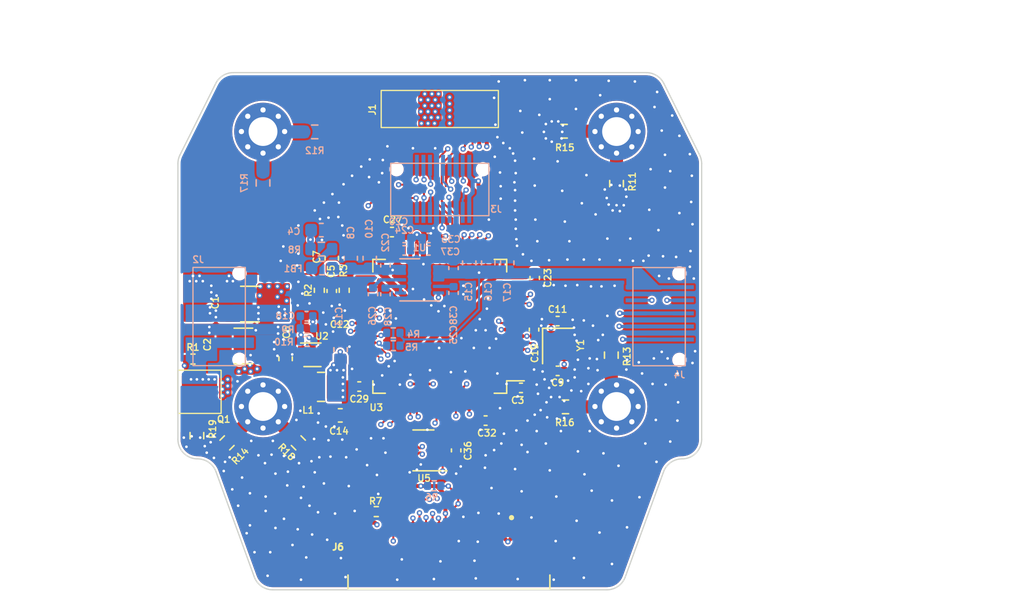
<source format=kicad_pcb>
(kicad_pcb (version 20211014) (generator pcbnew)
  (layers (0 "F.Cu" signal) (1 "In1.Cu" signal) (2 "In2.Cu" signal) (3 "In3.Cu" signal) (4 "In4.Cu" signal) (31 "B.Cu" signal) (34 "B.Paste" user) (35 "F.Paste" user) (36 "B.SilkS" user "B.Silkscreen") (37 "F.SilkS" user "F.Silkscreen") (38 "B.Mask" user) (39 "F.Mask" user) (44 "Edge.Cuts" user))
  (net 0 "")
  (net 1 "VBUS")
  (net 2 "+5V")
  (net 3 "/VBUS_VSNS")
  (net 4 "Net-(C9-Pad1)")
  (net 5 "+3V3")
  (net 6 "Net-(C11-Pad1)")
  (net 7 "+3V3A")
  (net 8 "/NRST")
  (net 9 "/BYP")
  (net 10 "/VREG")
  (net 11 "/REF")
  (net 12 "/FB")
  (net 13 "/UART_TX")
  (net 14 "/UART_RX")
  (net 15 "/BOOT0")
  (net 16 "PGND")
  (net 17 "+5V_SW")
  (net 18 "/PHA_H")
  (net 19 "/PHB_H")
  (net 20 "/PHC_H")
  (net 21 "/SPI_MOSI")
  (net 22 "/SPI_MISO")
  (net 23 "/ENC_A")
  (net 24 "/ENC_B")
  (net 25 "/SPI_nCS")
  (net 26 "/SPI_SCK")
  (net 27 "/PHC_L")
  (net 28 "/PHB_L")
  (net 29 "/PHA_L")
  (net 30 "/THERM_B")
  (net 31 "/PHA_ISNS")
  (net 32 "/PHB_ISNS")
  (net 33 "/PHC_ISNS")
  (net 34 "/THERM_A")
  (net 35 "/DEBUG_SWCLK")
  (net 36 "/DEBUG_TX")
  (net 37 "/DEBUG_RX")
  (net 38 "/DEBUG_SWDIO")
  (net 39 "/SW_5V")
  (net 40 "Net-(C10-Pad1)")
  (net 41 "/CAN_P")
  (net 49 "/CAN_N")
  (net 61 "Net-(FB1-Pad1)")
  (net 63 "/CAN_RX")
  (net 64 "/CAN_TX")
  (net 67 "/CHASSIS")
  (net 68 "GND")
  (net 69 "/DEBUG_SWO")
  (net 70 "/GNDS")
  (net 71 "Net-(L1-Pad1)")
  (net 78 "unconnected-(J6-Pad12)")
  (net 79 "unconnected-(J6-Pad13)")
  (footprint "rev-7-footprints:J-TE_2-1734592-0" (layer "F.Cu") (at 98 85.7 180)
    (fp_text reference "J6")
    (fp_text value "J-TE-Debug-2-1734592-0")
  )
  (footprint "Capacitor_SMD:C_0402_1005Metric" (layer "F.Cu") (at 93.65 61.3 180)
    (fp_text reference "C27")
    (fp_text value "100n")
  )
  (footprint "Resistor_SMD:R_0603_1608Metric" (layer "F.Cu") (at 110.8 57.6 -90)
    (fp_text reference "R11")
    (fp_text value "THJP0603ABT1")
  )
  (footprint "Capacitor_SMD:C_0603_1608Metric" (layer "F.Cu") (at 89.05 63.3 90)
    (fp_text reference "C7")
    (fp_text value "10u")
  )
  (footprint "Capacitor_SMD:C_0402_1005Metric" (layer "F.Cu") (at 104.55 64.8 90)
    (fp_text reference "C23")
    (fp_text value "100n")
  )
  (footprint "Capacitor_SMD:C_0603_1608Metric" (layer "F.Cu") (at 89.725 70.275 -90)
    (fp_text reference "C12")
    (fp_text value "22u")
  )
  (footprint "Resistor_SMD:R_0402_1005Metric" (layer "F.Cu") (at 88.1 65.75 -90)
    (fp_text reference "R2")
    (fp_text value "5.1k/0.1%")
  )
  (footprint "Capacitor_SMD:C_1210_3225Metric" (layer "F.Cu") (at 82.3 70)
    (fp_text reference "C2")
    (fp_text value "47u")
  )
  (footprint "Capacitor_SMD:C_0402_1005Metric" (layer "F.Cu") (at 100.8 75.7)
    (fp_text reference "C32")
    (fp_text value "100n")
  )
  (footprint "Crystal:Crystal_SMD_2016-4Pin_2.0x1.6mm" (layer "F.Cu") (at 106.3 70 -90)
    (fp_text reference "Y1")
    (fp_text value "Crystal_GND24")
  )
  (footprint "Resistor_SMD:R_0603_1608Metric" (layer "F.Cu") (at 81.05 77.4 -135)
    (fp_text reference "R14")
    (fp_text value "THJP0603ABT1")
  )
  (footprint "rev-7-footprints:top-board-def" (layer "F.Cu") (at 97.3 63.9)
    (fp_text reference "H1" hide)
    (fp_text value "Board_Def")
    (fp_line (start 19.999999 13.223079) (end 19.999999 -7.822819) (layer "Edge.Cuts") (width 0.1))
    (fp_line (start 17.09046 15.710049) (end 14.169213 23.736109) (layer "Edge.Cuts") (width 0.1))
    (fp_line (start -17.090462 15.710049) (end -14.169215 23.736109) (layer "Edge.Cuts") (width 0.1))
    (fp_line (start -19.841642 -8.493639) (end -17.114591 -13.947741) (layer "Edge.Cuts") (width 0.1))
    (fp_line (start 15.772948 -14.776921) (end -15.77295 -14.776921) (layer "Edge.Cuts") (width 0.1))
    (fp_line (start 17.114589 -13.947741) (end 19.84164 -8.493639) (layer "Edge.Cuts") (width 0.1))
    (fp_line (start -20.000001 -7.822819) (end -20.000001 13.223079) (layer "Edge.Cuts") (width 0.1))
    (fp_line (start -12.759676 24.723079) (end 12.759674 24.723079) (layer "Edge.Cuts") (width 0.1))
    (fp_arc (start 19.84164 -8.493639) (mid 19.959877 -8.167449) (end 19.999999 -7.822819) (layer "Edge.Cuts") (width 0.1))
    (fp_arc (start -18.500001 14.723079) (mid -19.560661 14.283739) (end -20.000001 13.223079) (layer "Edge.Cuts") (width 0.1))
    (fp_arc (start -12.759676 24.723079) (mid -13.620049 24.451819) (end -14.169215 23.736109) (layer "Edge.Cuts") (width 0.1))
    (fp_arc (start 15.772948 -14.776921) (mid 16.561546 -14.552898) (end 17.114589 -13.947741) (layer "Edge.Cuts") (width 0.1))
    (fp_arc (start 14.169213 23.736109) (mid 13.62004 24.451806) (end 12.759674 24.723079) (layer "Edge.Cuts") (width 0.1))
    (fp_arc (start -18.500001 14.723079) (mid -17.639636 14.994351) (end -17.090462 15.710049) (layer "Edge.Cuts") (width 0.1))
    (fp_arc (start -17.114591 -13.947741) (mid -16.561547 -14.552897) (end -15.77295 -14.776921) (layer "Edge.Cuts") (width 0.1))
    (fp_arc (start -20.000001 -7.822819) (mid -19.959875 -8.167448) (end -19.841642 -8.493639) (layer "Edge.Cuts") (width 0.1))
    (fp_arc (start 17.09046 15.710049) (mid 17.639638 14.99436) (end 18.499999 14.723079) (layer "Edge.Cuts") (width 0.1))
    (fp_arc (start 19.999999 13.223079) (mid 19.560659 14.283739) (end 18.499999 14.723079) (layer "Edge.Cuts") (width 0.1))
  )
  (footprint "Capacitor_SMD:C_0402_1005Metric" (layer "F.Cu") (at 91.15 73.1 180)
    (fp_text reference "C29")
    (fp_text value "100n")
  )
  (footprint "Capacitor_SMD:C_0402_1005Metric" (layer "F.Cu") (at 98.55 77.975 -90)
    (fp_text reference "C36")
    (fp_text value "100n")
  )
  (footprint "Resistor_SMD:R_0603_1608Metric" (layer "F.Cu") (at 86.5 77.4 -45)
    (fp_text reference "R18")
    (fp_text value "THJP0603ABT1")
  )
  (footprint "NetTie:NetTie-2_SMD_Pad0.5mm" (layer "F.Cu") (at 87.55 70.05 90)
    (fp_text reference "NT3" hide)
    (fp_text value "NetTie_2")
  )
  (footprint "Capacitor_SMD:C_0402_1005Metric" (layer "F.Cu") (at 106.3 68.1)
    (fp_text reference "C11")
    (fp_text value "20p")
  )
  (footprint "Resistor_SMD:R_0402_1005Metric" (layer "F.Cu") (at 90 65.75 90)
    (fp_text reference "R3")
    (fp_text value "3.3k/0.1%")
  )
  (footprint "rev-7-footprints:SOT-23-8-Fixed" (layer "F.Cu") (at 96.05 77.975 180)
    (fp_text reference "U5")
    (fp_text value "TCAN330")
  )
  (footprint "Capacitor_SMD:C_0603_1608Metric" (layer "F.Cu") (at 89.7 75.3)
    (fp_text reference "C14")
    (fp_text value "4.7u")
  )
  (footprint "Package_QFP:LQFP-64_10x10mm_P0.5mm" (layer "F.Cu") (at 97.299999 68.5 180)
    (fp_text reference "U3")
    (fp_text value "STM32G474RBTx")
  )
  (footprint "Resistor_SMD:R_0402_1005Metric" (layer "F.Cu") (at 78.45 71 180)
    (fp_text reference "R1")
    (fp_text value "100k")
  )
  (footprint "Resistor_SMD:R_0603_1608Metric" (layer "F.Cu") (at 106.9 74.65 180)
    (fp_text reference "R16")
    (fp_text value "THJP0603ABT1")
  )
  (footprint "Package_TO_SOT_SMD:SOT-563" (layer "F.Cu") (at 87.575 70.675)
    (fp_text reference "U2")
    (fp_text value "TLV62569DRL")
  )
  (footprint "rev-7-footprints:0555600307" (layer "F.Cu") (at 97.3 51.9)
    (fp_text reference "J1")
    (fp_text value "MEZZ")
  )
  (footprint "Capacitor_SMD:C_1210_3225Metric" (layer "F.Cu") (at 82.8 66.8)
    (fp_text reference "C1")
    (fp_text value "47u")
  )
  (footprint "Inductor_SMD:L_1008_2520Metric" (layer "F.Cu") (at 88.225 73.125)
    (fp_text reference "L1")
    (fp_text value "2.2u")
  )
  (footprint "Capacitor_SMD:C_0402_1005Metric" (layer "F.Cu") (at 106.3 71.9 180)
    (fp_text reference "C9")
    (fp_text value "20p")
  )
  (footprint "NetTie:NetTie-2_SMD_Pad0.5mm" (layer "F.Cu") (at 84.05 68.4 -90)
    (fp_text reference "NT2" hide)
    (fp_text value "NetTie_2")
  )
  (footprint "Resistor_SMD:R_0402_1005Metric" (layer "F.Cu") (at 92.45 82.65 180)
    (fp_text reference "R7")
    (fp_text value "10k")
  )
  (footprint "Resistor_SMD:R_0603_1608Metric" (layer "F.Cu") (at 106.8 53.6 180)
    (fp_text reference "R15")
    (fp_text value "THJP0603ABT1")
  )
  (footprint "rev-7-footprints:TSON-Advance" (layer "F.Cu") (at 78.95 73.5 180)
    (fp_text reference "Q1")
    (fp_text value "TPN4R712MD,L1Q")
  )
  (footprint "Capacitor_SMD:C_0402_1005Metric" (layer "F.Cu") (at 89.05 65.8 -90)
    (fp_text reference "C5")
    (fp_text value "10p")
  )
  (footprint "Capacitor_SMD:C_0603_1608Metric" (layer "F.Cu") (at 85.525 70.975 90)
    (fp_text reference "C6")
    (fp_text value "10u")
  )
  (footprint "Capacitor_SMD:C_0402_1005Metric" (layer "F.Cu") (at 104.5 68.75 90)
    (fp_text reference "C19")
    (fp_text value "100n")
  )
  (footprint "Resistor_SMD:R_0603_1608Metric" (layer "F.Cu") (at 78.75 76.85 -90)
    (fp_text reference "R19")
    (fp_text value "THJP0603ABT1")
  )
  (footprint "Resistor_SMD:R_0603_1608Metric" (layer "F.Cu") (at 110.4 70.7 90)
    (fp_text reference "R13")
    (fp_text value "THJP0603ABT1")
  )
  (footprint "Capacitor_SMD:C_0402_1005Metric" (layer "F.Cu") (at 103.5 73.2)
    (fp_text reference "C3")
    (fp_text value "100n")
  )
  (footprint "Capacitor_SMD:C_0402_1005Metric" (layer "B.Cu") (at 94.6 62.7 180)
    (fp_text reference "C24")
    (fp_text value "10n")
  )
  (footprint "Capacitor_SMD:C_0402_1005Metric" (layer "B.Cu") (at 96.45 62.7 180)
    (fp_text reference "C37")
    (fp_text value "1u")
  )
  (footprint "Resistor_SMD:R_0603_1608Metric" (layer "B.Cu") (at 88.25 62.6)
    (fp_text reference "R8")
    (fp_text value "2.2")
  )
  (footprint "Capacitor_SMD:C_0603_1608Metric" (layer "B.Cu") (at 101 63.65 -90)
    (fp_text reference "C16")
    (fp_text value "22u")
  )
  (footprint "Resistor_SMD:R_0402_1005Metric" (layer "B.Cu") (at 87.175 69.65 180)
    (fp_text reference "R10")
    (fp_text value "100k/1%")
  )
  (footprint "Resistor_SMD:R_0402_1005Metric" (layer "B.Cu") (at 87.15 68.65)
    (fp_text reference "R9")
    (fp_text value "442k/1%")
  )
  (footprint "rev-7-footprints:10132798-021100LF" (layer "B.Cu") (at 80.5 67.75 -90)
    (fp_text reference "J2")
    (fp_text value "10132797-021100LF")
  )
  (footprint "Resistor_SMD:R_0402_1005Metric" (layer "B.Cu") (at 93.75 69)
    (fp_text reference "R4")
    (fp_text value "100k/1%")
  )
  (footprint "rev-7-footprints:10132798-021100LF" (layer "B.Cu") (at 97.3 58)
    (fp_text reference "J3")
    (fp_text value "10132797-021100LF")
  )
  (footprint "Capacitor_SMD:C_0603_1608Metric" (layer "B.Cu") (at 90.5 63.3 90)
    (fp_text reference "C8")
    (fp_text value "10u")
  )
  (footprint "Package_DFN_QFN:DFN-10-1EP_3x3mm_P0.5mm_EP1.65x2.38mm" (layer "B.Cu") (at 95.75 64.95 180)
    (fp_text reference "U1")
    (fp_text value "ADP7156ACPZ")
  )
  (footprint "Capacitor_SMD:C_0402_1005Metric" (layer "B.Cu") (at 92.2 66.05 -90)
    (fp_text reference "C26")
    (fp_text value "1u")
  )
  (footprint "Resistor_SMD:R_0402_1005Metric" (layer "B.Cu") (at 93.75 69.975 180)
    (fp_text reference "R5")
    (fp_text value "100k/1%")
  )
  (footprint "Capacitor_SMD:C_0603_1608Metric" (layer "B.Cu") (at 89.725 70.275 -90)
    (fp_text reference "C13")
    (fp_text value "22u")
  )
  (footprint "Capacitor_SMD:C_0402_1005Metric" (layer "B.Cu") (at 93.15 63.85 90)
    (fp_text reference "C22")
    (fp_text value "100n")
  )
  (footprint "Capacitor_SMD:C_0603_1608Metric" (layer "B.Cu") (at 91.95 63.3 90)
    (fp_text reference "C10")
    (fp_text value "10u")
  )
  (footprint "Capacitor_SMD:C_0402_1005Metric" (layer "B.Cu") (at 93.15 66.05 -90)
    (fp_text reference "C28")
    (fp_text value "1u")
  )
  (footprint "rev-7-footprints:10132798-021100LF" (layer "B.Cu") (at 114.1 67.76 -90)
    (fp_text reference "J4")
    (fp_text value "10132797-021100LF")
  )
  (footprint "Capacitor_SMD:C_0402_1005Metric" (layer "B.Cu") (at 98.35 64.05 -90)
    (fp_text reference "C38")
    (fp_text value "100n")
  )
  (footprint "Capacitor_SMD:C_0402_1005Metric" (layer "B.Cu") (at 98.35 65.95 -90)
    (fp_text reference "C25")
    (fp_text value "1u")
  )
  (footprint "Inductor_SMD:L_0603_1608Metric" (layer "B.Cu") (at 88.3 64.05)
    (fp_text reference "FB1")
    (fp_text value "MPZ1608B471ATA00")
  )
  (footprint "Resistor_SMD:R_0402_1005Metric" (layer "B.Cu") (at 96.875 80.675)
    (fp_text reference "R6")
    (fp_text value "10k")
  )
  (footprint "Capacitor_SMD:C_0402_1005Metric" (layer "B.Cu") (at 87.125 67.725 180)
    (fp_text reference "C18")
    (fp_text value "DNP")
  )
  (footprint "Capacitor_SMD:C_0603_1608Metric" (layer "B.Cu") (at 88.25 61.15)
    (fp_text reference "C4")
    (fp_text value "10u")
  )
  (footprint "Capacitor_SMD:C_0603_1608Metric" (layer "B.Cu") (at 102.45 63.65 -90)
    (fp_text reference "C17")
    (fp_text value "22u")
  )
  (footprint "Resistor_SMD:R_0603_1608Metric" (layer "B.Cu") (at 83.8 57.55 -90)
    (fp_text reference "R17")
    (fp_text value "THJP0603ABT1")
  )
  (footprint "Resistor_SMD:R_0603_1608Metric" (layer "B.Cu") (at 87.75 53.65)
    (fp_text reference "R12")
    (fp_text value "THJP0603ABT1")
  )
  (footprint "Capacitor_SMD:C_0402_1005Metric" (layer "B.Cu") (at 96.45 61.75 180)
    (fp_text reference "C35")
    (fp_text value "10n")
  )
  (footprint "Capacitor_SMD:C_0402_1005Metric" (layer "B.Cu") (at 94.6 61.75 180)
    (fp_text reference "C20")
    (fp_text value "1u")
  )
  (footprint "Capacitor_SMD:C_0603_1608Metric" (layer "B.Cu") (at 99.55 63.65 -90)
    (fp_text reference "C15")
    (fp_text value "22u")
  )
  (segment (start 88.1 65.24) (end 87.36 64.5) (width 0.127) (layer "F.Cu") (net 1))
  (segment (start 87.36 64.5) (end 82.95 64.5) (width 0.127) (layer "F.Cu") (net 1))
  (via (at 81.5 65.05) (size 0.4064) (drill 0.2032) (layers "F.Cu" "B.Cu") (net 1))
  (via (at 78.2 65.05) (size 0.4064) (drill 0.2032) (layers "F.Cu" "B.Cu") (net 1))
  (via (at 81.2 64.65) (size 0.4064) (drill 0.2032) (layers "F.Cu" "B.Cu") (net 1))
  (via (at 78.45 64.65) (size 0.4064) (drill 0.2032) (layers "F.Cu" "B.Cu") (net 1))
  (via (at 79.85 65.4) (size 0.4064) (drill 0.2032) (layers "F.Cu" "B.Cu") (net 1))
  (via (at 80.25 66.15) (size 0.4064) (drill 0.2032) (layers "F.Cu" "B.Cu") (net 1))
  (via (at 78.7 65.05) (size 0.4064) (drill 0.2032) (layers "F.Cu" "B.Cu") (net 1))
  (via (at 79.85 65.9) (size 0.4064) (drill 0.2032) (layers "F.Cu" "B.Cu") (net 1))
  (via (at 81.05 65.05) (size 0.4064) (drill 0.2032) (layers "F.Cu" "B.Cu") (net 1))
  (via (at 78.95 64.65) (size 0.4064) (drill 0.2032) (layers "F.Cu" "B.Cu") (net 1))
  (via (at 79.85 66.4) (size 0.4064) (drill 0.2032) (layers "F.Cu" "B.Cu") (net 1))
  (via (at 79.2 65.05) (size 0.4064) (drill 0.2032) (layers "F.Cu" "B.Cu") (net 1))
  (segment (start 87.299609 83.499609) (end 81.502513 77.702513) (width 0.3) (layer "F.Cu") (net 2))
  (segment (start 85.525 71.75) (end 86.08 71.195) (width 0.3) (layer "F.Cu") (net 2))
  (segment (start 80.747487 77.147487) (end 80.747487 73.152513) (width 0.3) (layer "F.Cu") (net 2))
  (segment (start 81.302513 77.702513) (end 80.747487 77.147487) (width 0.3) (layer "F.Cu") (net 2))
  (segment (start 88.325 70.675) (end 87.925 70.675) (width 0.127) (layer "F.Cu") (net 2))
  (segment (start 102.25 84.7) (end 102.25 84) (width 0.3) (layer "F.Cu") (net 2))
  (segment (start 102.5 84.95) (end 102.25 84.7) (width 0.3) (layer "F.Cu") (net 2))
  (segment (start 92.349609 83.499609) (end 92.5 83.65) (width 0.3) (layer "F.Cu") (net 2))
  (segment (start 87.299609 83.499609) (end 92.349609 83.499609) (width 0.3) (layer "F.Cu") (net 2))
  (segment (start 87.925 70.675) (end 87.425 71.175) (width 0.127) (layer "F.Cu") (net 2))
  (segment (start 87.425 71.175) (end 86.825 71.175) (width 0.127) (layer "F.Cu") (net 2))
  (segment (start 80.747487 73.152513) (end 80.8 73.1) (width 0.3) (layer "F.Cu") (net 2))
  (segment (start 102.75 84) (end 102.75 84.7) (width 0.3) (layer "F.Cu") (net 2))
  (segment (start 81.502513 77.702513) (end 81.302513 77.702513) (width 0.3) (layer "F.Cu") (net 2))
  (segment (start 102.75 84.7) (end 102.5 84.95) (width 0.3) (layer "F.Cu") (net 2))
  (segment (start 86.08 71.195) (end 86.825 71.195) (width 0.3) (layer "F.Cu") (net 2))
  (via (at 92.5 83.65) (size 0.4064) (drill 0.2032) (layers "F.Cu" "B.Cu") (net 2))
  (via (at 98.05 51.5) (size 0.4064) (drill 0.2032) (layers "F.Cu" "B.Cu") (net 2))
  (via (at 81.1 72.55) (size 0.4064) (drill 0.2032) (layers "F.Cu" "B.Cu") (net 2))
  (via (at 83.35 71.75) (size 0.4064) (drill 0.2032) (layers "F.Cu" "B.Cu") (net 2))
  (via (at 98.05 53) (size 0.4064) (drill 0.2032) (layers "F.Cu" "B.Cu") (net 2))
  (via (at 87.425 61.875) (size 0.4064) (drill 0.2032) (layers "F.Cu" "B.Cu") (net 2))
  (via (at 98.05 51) (size 0.4064) (drill 0.2032) (layers "F.Cu" "B.Cu") (net 2))
  (via (at 82.85 71.95) (size 0.4064) (drill 0.2032) (layers "F.Cu" "B.Cu") (net 2))
  (via (at 82.4 71.75) (size 0.4064) (drill 0.2032) (layers "F.Cu" "B.Cu") (net 2))
  (via (at 98.05 52.5) (size 0.4064) (drill 0.2032) (layers "F.Cu" "B.Cu") (net 2))
  (via (at 82.8 71.45) (size 0.4064) (drill 0.2032) (layers "F.Cu" "B.Cu") (net 2))
  (via (at 80.7 73.3) (size 0.4064) (drill 0.2032) (layers "F.Cu" "B.Cu") (net 2))
  (via (at 81.1 73.55) (size 0.4064) (drill 0.2032) (layers "F.Cu" "B.Cu") (net 2))
  (via (at 81.1 73.05) (size 0.4064) (drill 0.2032) (layers "F.Cu" "B.Cu") (net 2))
  (via (at 81.95 71.95) (size 0.4064) (drill 0.2032) (layers "F.Cu" "B.Cu") (net 2))
  (via (at 98.05 52) (size 0.4064) (drill 0.2032) (layers "F.Cu" "B.Cu") (net 2))
  (via (at 80.7 73.8) (size 0.4064) (drill 0.2032) (layers "F.Cu" "B.Cu") (net 2))
  (via (at 102.5 84.95) (size 0.4064) (drill 0.2032) (layers "F.Cu" "B.Cu") (net 2))
  (via (at 80.7 72.8) (size 0.4064) (drill 0.2032) (layers "F.Cu" "B.Cu") (net 2))
  (segment (start 87.425 61.875) (end 87.425 61.2) (width 0.5) (layer "B.Cu") (net 2))
  (segment (start 87.425 62.6) (end 87.425 61.875) (width 0.5) (layer "B.Cu") (net 2))
  (segment (start 87.425 61.2) (end 87.475 61.15) (width 0.5) (layer "B.Cu") (net 2))
  (segment (start 88.11 66.26) (end 89.05 65.32) (width 0.1524) (layer "F.Cu") (net 3))
  (segment (start 89.05 65.32) (end 89.92 65.32) (width 0.1524) (layer "F.Cu") (net 3))
  (segment (start 90 65.358475) (end 90 65.24) (width 0.1524) (layer "F.Cu") (net 3))
  (segment (start 90.5962 66.1462) (end 90.5962 65.954675) (width 0.1524) (layer "F.Cu") (net 3))
  (segment (start 91.624999 66.25) (end 90.7 66.25) (width 0.1524) (layer "F.Cu") (net 3))
  (segment (start 90.5962 65.954675) (end 90 65.358475) (width 0.1524) (layer "F.Cu") (net 3))
  (segment (start 90.7 66.25) (end 90.5962 66.1462) (width 0.1524) (layer "F.Cu") (net 3))
  (segment (start 89.92 65.32) (end 90 65.24) (width 0.1524) (layer "F.Cu") (net 3))
  (segment (start 106.8 71.88) (end 106.78 71.9) (width 0.1524) (layer "F.Cu") (net 4))
  (segment (start 103.930536 70.25) (end 104.014708 70.334172) (width 0.1524) (layer "F.Cu") (net 4))
  (segment (start 106.8 71.4) (end 106.8 71.88) (width 0.1524) (layer "F.Cu") (net 4))
  (segment (start 106.8 70.75) (end 106.85 70.7) (width 0.1524) (layer "F.Cu") (net 4))
  (segment (start 106.8 71.4) (end 106.8 70.75) (width 0.1524) (layer "F.Cu") (net 4))
  (segment (start 102.974999 70.25) (end 103.930536 70.25) (width 0.1524) (layer "F.Cu") (net 4))
  (via (at 106.8 71.4) (size 0.4064) (drill 0.2032) (layers "F.Cu" "B.Cu") (net 4))
  (via (at 104.014708 70.334172) (size 0.4064) (drill 0.2032) (layers "F.Cu" "B.Cu") (net 4))
  (segment (start 92.8 64.4) (end 103.3 74.9) (width 0.5) (layer "F.Cu") (net 5))
  (segment (start 97.731629 82.792652) (end 97.731629 81.381629) (width 0.3) (layer "F.Cu") (net 5))
  (segment (start 90.67 72.43) (end 90.67 73.1) (width 0.25) (layer "F.Cu") (net 5))
  (segment (start 103.98 72.48) (end 103.75 72.25) (width 0.25) (layer "F.Cu") (net 5))
  (segment (start 101.28 76.72) (end 101.28 75.7) (width 0.5) (layer "F.Cu") (net 5))
  (segment (start 102.5 75.7) (end 103.98 74.22) (width 0.5) (layer "F.Cu") (net 5))
  (segment (start 97.75 84) (end 97.75 82.811023) (width 0.1524) (layer "F.Cu") (net 5))
  (segment (start 98.395 77.65) (end 98.55 77.495) (width 0.35) (layer "F.Cu") (net 5))
  (segment (start 93.2 61.3) (end 93.2 61.33) (width 0.25) (layer "F.Cu") (net 5))
  (segment (start 103.98 74.22) (end 103.98 73.2) (width 0.5) (layer "F.Cu") (net 5))
  (segment (start 103.892461 64.65) (end 102.1 64.65) (width 0.5) (layer "F.Cu") (net 5))
  (segment (start 102.1 59.615027) (end 100.25 57.765027) (width 0.3) (layer "F.Cu") (net 5))
  (segment (start 92.1 74.1) (end 90.6 74.1) (width 0.5) (layer "F.Cu") (net 5))
  (segment (start 101.55 64.65) (end 92.1 74.1) (width 0.5) (layer "F.Cu") (net 5))
  (segment (start 101.049999 75.469999) (end 101.28 75.7) (width 0.25) (layer "F.Cu") (net 5))
  (segment (start 93.2 61.3) (end 92.8 61.7) (width 0.5) (layer "F.Cu") (net 5))
  (segment (start 97.731629 81.381629) (end 97.05 80.7) (width 0.3) (layer "F.Cu") (net 5))
  (segment (start 103.98 73.2) (end 103.98 72.48) (width 0.25) (layer "F.Cu") (net 5))
  (segment (start 90.475 73.295) (end 90.67 73.1) (width 0.5) (layer "F.Cu") (net 5))
  (segment (start 90.85 72.25) (end 90.67 72.43) (width 0.25) (layer "F.Cu") (net 5))
  (segment (start 98.55 77.495) (end 100.505 77.495) (width 0.5) (layer "F.Cu") (net 5))
  (segment (start 100.25 57.765027) (end 100.25 57.4) (width 0.3) (layer "F.Cu") (net 5))
  (segment (start 91.624999 72.25) (end 90.85 72.25) (width 0.25) (layer "F.Cu") (net 5))
  (segment (start 102.1 64.65) (end 101.55 64.65) (width 0.5) (layer "F.Cu") (net 5))
  (segment (start 101.28 75.7) (end 102.5 75.7) (width 0.5) (layer "F.Cu") (net 5))
  (segment (start 101.049999 74.175) (end 101.049999 75.469999) (width 0.25) (layer "F.Cu") (net 5))
  (segment (start 90.475 75.3) (end 90.475 73.295) (width 0.5) (layer "F.Cu") (net 5))
  (segment (start 95.85 80.7) (end 94.65 80.7) (width 0.3) (layer "F.Cu") (net 5))
  (segment (start 97.35 77.65) (end 98.395 77.65) (width 0.35) (layer "F.Cu") (net 5))
  (segment (start 102.1 64.65) (end 102.1 59.615027) (width 0.3) (layer "F.Cu") (net 5))
  (segment (start 97.05 80.7) (end 95.85 80.7) (width 0.3) (layer "F.Cu") (net 5))
  (segment (start 92.8 61.7) (end 92.8 64.4) (width 0.5) (layer "F.Cu") (net 5))
  (segment (start 94.65 80.7) (end 90.475 76.525) (width 0.3) (layer "F.Cu") (net 5))
  (segment (start 90.475 76.525) (end 90.475 75.3) (width 0.3) (layer "F.Cu") (net 5))
  (segment (start 103.75 72.25) (end 102.974999 72.25) (width 0.25) (layer "F.Cu") (net 5))
  (segment (start 100.505 77.495) (end 101.28 76.72) (width 0.5) (layer "F.Cu") (net 5))
  (segment (start 97.75 82.811023) (end 97.731629 82.792652) (width 0.1524) (layer "F.Cu") (net 5))
  (segment (start 104.22 64.65) (end 104.55 64.32) (width 0.35) (layer "F.Cu") (net 5))
  (segment (start 89.725 71.05) (end 89.725 70.475) (width 0.1524) (layer "F.Cu") (net 5))
  (segment (start 103.892461 64.65) (end 104.22 64.65) (width 0.35) (layer "F.Cu") (net 5))
  (segment (start 93.2 61.33) (end 93.549999 61.679999) (width 0.25) (layer "F.Cu") (net 5))
  (segment (start 89.725 70.475) (end 89.7 70.45) (width 0.1524) (layer "F.Cu") (net 5))
  (segment (start 93.549999 61.679999) (end 93.549999 62.825) (width 0.25) (layer "F.Cu") (net 5))
  (via (at 95.85 80.7) (size 0.4064) (drill 0.2032) (layers "F.Cu" "B.Cu") (net 5))
  (via (at 89.45 71.85) (size 0.4064) (drill 0.2032) (layers "F.Cu" "B.Cu") (net 5))
  (via (at 97.731629 82.792652) (size 0.4064) (drill 0.2032) (layers "F.Cu" "B.Cu") (net 5))
  (via (at 88.95 71.85) (size 0.4064) (drill 0.2032) (layers "F.Cu" "B.Cu") (net 5))
  (via (at 100.25 57.4) (size 0.4064) (drill 0.2032) (layers "F.Cu" "B.Cu") (net 5))
  (via (at 89.7 70.45) (size 0.4064) (drill 0.2032) (layers "F.Cu" "B.Cu") (net 5))
  (via (at 89.9 73.4) (size 0.4064) (drill 0.2032) (layers "F.Cu" "B.Cu") (net 5))
  (via (at 89.2 71.45) (size 0.4064) (drill 0.2032) (layers "F.Cu" "B.Cu") (net 5))
  (via (at 87.605 68.155) (size 0.4064) (drill 0.2032) (layers "F.Cu" "B.Cu") (net 5))
  (via (at 89.9 73.9) (size 0.4064) (drill 0.2032) (layers "F.Cu" "B.Cu") (net 5))
  (via (at 89.9 72.9) (size 0.4064) (drill 0.2032) (layers "F.Cu" "B.Cu") (net 5))
  (via (at 89.9 72.4) (size 0.4064) (drill 0.2032) (layers "F.Cu" "B.Cu") (net 5))
  (via (at 89.95 71.85) (size 0.4064) (drill 0.2032) (layers "F.Cu" "B.Cu") (net 5))
  (segment (start 87.605 68.595) (end 87.66 68.65) (width 0.1524) (layer "B.Cu") (net 5))
  (segment (start 99.55 57.05) (end 99.8142 57.3142) (width 0.3) (layer "B.Cu") (net 5))
  (segment (start 99.8142 58.300826) (end 99.55 58.565026) (width 0.3) (layer "B.Cu") (net 5))
  (segment (start 99.9 57.4) (end 99.8142 57.3142) (width 0.3) (layer "B.Cu") (net 5))
  (segment (start 96.34 80.7) (end 96.365 80.675) (width 0.25) (layer "B.Cu") (net 5))
  (segment (start 100.25 57.4) (end 99.9 57.4) (width 0.3) (layer "B.Cu") (net 5))
  (segment (start 87.605 68.155) (end 87.605 68.595) (width 0.1524) (layer "B.Cu") (net 5))
  (segment (start 99.8142 57.3142) (end 99.8142 58.300826) (width 0.3) (layer "B.Cu") (net 5))
  (segment (start 87.605 67.725) (end 87.605 68.155) (width 0.1524) (layer "B.Cu") (net 5))
  (segment (start 99.55 56.2) (end 99.55 57.05) (width 0.3) (layer "B.Cu") (net 5))
  (segment (start 95.85 80.7) (end 96.34 80.7) (width 0.25) (layer "B.Cu") (net 5))
  (segment (start 99.55 58.565026) (end 99.55 59.8) (width 0.3) (layer "B.Cu") (net 5))
  (segment (start 104.45 69.9127) (end 104.3235 69.7862) (width 0.1524) (layer "F.Cu") (net 6))
  (segment (start 104.121404 69.75) (end 102.974999 69.75) (width 0.1524) (layer "F.Cu") (net 6))
  (segment (start 104.3235 69.7862) (end 104.157604 69.7862) (width 0.1524) (layer "F.Cu") (net 6))
  (segment (start 105.8 68.65) (end 105.8 68.12) (width 0.1524) (layer "F.Cu") (net 6))
  (segment (start 105.75 68.7) (end 105.8 68.65) (width 0.1524) (layer "F.Cu") (net 6))
  (segment (start 105.8 68.12) (end 105.82 68.1) (width 0.1524) (layer "F.Cu") (net 6))
  (segment (start 104.157604 69.7862) (end 104.121404 69.75) (width 0.1524) (layer "F.Cu") (net 6))
  (segment (start 105.75 69.3) (end 105.75 68.7) (width 0.1524) (layer "F.Cu") (net 6))
  (via (at 104.45 69.9127) (size 0.4064) (drill 0.2032) (layers "F.Cu" "B.Cu") (net 6))
  (via (at 105.8 68.65) (size 0.4064) (drill 0.2032) (layers "F.Cu" "B.Cu") (net 6))
  (segment (start 95.049999 62.000001) (end 95.55 61.5) (width 0.25) (layer "F.Cu") (net 7))
  (segment (start 95.049999 62.825) (end 95.049999 62.000001) (width 0.25) (layer "F.Cu") (net 7))
  (segment (start 95.549999 62.825) (end 95.55 61.5) (width 0.25) (layer "F.Cu") (net 7))
  (via (at 95.55 61.5) (size 0.4064) (drill 0.2032) (layers "F.Cu" "B.Cu") (net 7))
  (via (at 100.3 64.4) (size 0.4064) (drill 0.2032) (layers "F.Cu" "B.Cu") (net 7))
  (segment (start 94.26 69) (end 94.26 69.21) (width 0.1524) (layer "B.Cu") (net 7))
  (segment (start 95.08 62.7) (end 95.08 61.97) (width 0.5) (layer "B.Cu") (net 7))
  (segment (start 94.55 69.685) (end 94.26 69.975) (width 0.1524) (layer "B.Cu") (net 7))
  (segment (start 94.55 69.5) (end 94.55 69.685) (width 0.1524) (layer "B.Cu") (net 7))
  (segment (start 100.3 67.2) (end 98.7 68.8) (width 0.1524) (layer "B.Cu") (net 7))
  (segment (start 112.3 65.51) (end 115.9 65.51) (width 0.3) (layer "B.Cu") (net 7))
  (segment (start 98 69.5) (end 94.55 69.5) (width 0.1524) (layer "B.Cu") (net 7))
  (segment (start 95.08 61.97) (end 95.55 61.5) (width 0.5) (layer "B.Cu") (net 7))
  (segment (start 95.97 62.7) (end 95.97 61.92) (width 0.5) (layer "B.Cu") (net 7))
  (segment (start 100.3 64.4) (end 100.3 67.2) (width 0.1524) (layer "B.Cu") (net 7))
  (segment (start 98.7 68.8) (end 98 69.5) (width 0.1524) (layer "B.Cu") (net 7))
  (segment (start 95.97 61.92) (end 95.55 61.5) (width 0.5) (layer "B.Cu") (net 7))
  (segment (start 94.26 69.21) (end 94.55 69.5) (width 0.1524) (layer "B.Cu") (net 7))
  (segment (start 104.48 69.25) (end 104.5 69.23) (width 0.127) (layer "F.Cu") (net 8))
  (segment (start 103.9 69.25) (end 103.95 69.25) (width 0.1524) (layer "F.Cu") (net 8))
  (segment (start 98.25 82.50472) (end 98.25 84) (width 0.1524) (layer "F.Cu") (net 8))
  (segment (start 98.70472 82.05) (end 98.25 82.50472) (width 0.1524) (layer "F.Cu") (net 8))
  (segment (start 102.974999 69.25) (end 103.9 69.25) (width 0.127) (layer "F.Cu") (net 8))
  (segment (start 103.95 69.25) (end 104.48 69.25) (width 0.127) (layer "F.Cu") (net 8))
  (segment (start 98.70472 81.45472) (end 97.95 80.7) (width 0.1524) (layer "F.Cu") (net 8))
  (segment (start 98.70472 82.05) (end 98.70472 81.45472) (width 0.1524) (layer "F.Cu") (net 8))
  (via (at 97.95 80.7) (size 0.4064) (drill 0.2032) (layers "F.Cu" "B.Cu") (net 8))
  (via (at 98.70472 82.05) (size 0.4064) (drill 0.2032) (layers "F.Cu" "B.Cu") (net 8))
  (via (at 103.95 69.25) (size 0.4064) (drill 0.2032) (layers "F.Cu" "B.Cu") (net 8))
  (segment (start 97.41 80.7) (end 97.385 80.675) (width 0.1524) (layer "B.Cu") (net 8))
  (segment (start 97.95 80.7) (end 97.41 80.7) (width 0.1524) (layer "B.Cu") (net 8))
  (segment (start 97.2 65.45) (end 98.33 65.45) (width 0.25) (layer "B.Cu") (net 9))
  (segment (start 98.33 65.45) (end 98.35 65.47) (width 0.25) (layer "B.Cu") (net 9))
  (segment (start 92.2 65.57) (end 92.2 65.522391) (width 0.25) (layer "B.Cu") (net 10))
  (segment (start 92.772391 64.95) (end 94.3 64.95) (width 0.25) (layer "B.Cu") (net 10))
  (segment (start 92.2 65.522391) (end 92.772391 64.95) (width 0.25) (layer "B.Cu") (net 10))
  (segment (start 94.3 65.45) (end 93.27 65.45) (width 0.25) (layer "B.Cu") (net 11))
  (segment (start 94.3 65.45) (end 94.3 65.95) (width 0.25) (layer "B.Cu") (net 11))
  (segment (start 93.27 65.45) (end 93.15 65.57) (width 0.25) (layer "B.Cu") (net 11))
  (segment (start 86.825 69.275) (end 86.7 69.15) (width 0.1524) (layer "F.Cu") (net 12))
  (segment (start 86.825 70.175) (end 86.825 69.275) (width 0.1524) (layer "F.Cu") (net 12))
  (via (at 86.7 69.15) (size 0.4064) (drill 0.2032) (layers "F.Cu" "B.Cu") (net 12))
  (segment (start 86.7 69.615) (end 86.665 69.65) (width 0.1524) (layer "B.Cu") (net 12))
  (segment (start 86.7 69.15) (end 86.7 69.615) (width 0.1524) (layer "B.Cu") (net 12))
  (segment (start 86.7 67.78) (end 86.645 67.725) (width 0.1524) (layer "B.Cu") (net 12))
  (segment (start 86.7 69.15) (end 86.7 67.78) (width 0.1524) (layer "B.Cu") (net 12))
  (segment (start 98.6024 60.1024) (end 98 59.5) (width 0.1524) (layer "F.Cu") (net 13))
  (segment (start 98 59.5) (end 97.998368 59.5) (width 0.1524) (layer "F.Cu") (net 13))
  (segment (start 98.6024 62.772599) (end 98.6024 60.1024) (width 0.1524) (layer "F.Cu") (net 13))
  (segment (start 97.4524 58.954032) (end 97.4524 56.0976) (width 0.1524) (layer "F.Cu") (net 13))
  (segment (start 97.4524 56.0976) (end 98.498461 55.051539) (width 0.1524) (layer "F.Cu") (net 13))
  (segment (start 98.8 53.85) (end 98.8 49.95) (width 0.3) (layer "F.Cu") (net 13))
  (segment (start 98.8 53.85) (end 98.749064 53.900936) (width 0.1524) (layer "F.Cu") (net 13))
  (segment (start 98.749064 53.900936) (end 98.749064 54.52857) (width 0.1524) (layer "F.Cu") (net 13))
  (segment (start 98.498461 54.779173) (end 98.498461 54.79494) (width 0.1524) (layer "F.Cu") (net 13))
  (segment (start 98.498461 55.051539) (end 98.498461 54.79494) (width 0.1524) (layer "F.Cu") (net 13))
  (segment (start 98.549999 62.825) (end 98.6024 62.772599) (width 0.1524) (layer "F.Cu") (net 13))
  (segment (start 98.749064 54.52857) (end 98.498461 54.779173) (width 0.1524) (layer "F.Cu") (net 13))
  (segment (start 97.998368 59.5) (end 97.4524 58.954032) (width 0.1524) (layer "F.Cu") (net 13))
  (segment (start 97.1 59.1) (end 98.25 60.25) (width 0.1524) (layer "F.Cu") (net 14))
  (segment (start 97.1 55.753653) (end 97.1 59.1) (width 0.1524) (layer "F.Cu") (net 14))
  (segment (start 99.225769 54.724231) (end 99.1 54.85) (width 0.1524) (layer "F.Cu") (net 14))
  (segment (start 98.25 60.25) (end 98.25 61.777974) (width 0.1524) (layer "F.Cu") (net 14))
  (segment (start 99.3 53.85) (end 99.225769 53.924231) (width 0.1524) (layer "F.Cu") (net 14))
  (segment (start 97.910872 54.942781) (end 97.1 55.753653) (width 0.1524) (layer "F.Cu") (net 14))
  (segment (start 98.049999 61.977975) (end 98.049999 62.825) (width 0.1524) (layer "F.Cu") (net 14))
  (segment (start 99.08175 54.86825) (end 99.08175 54.958926) (width 0.1524) (layer "F.Cu") (net 14))
  (segment (start 99.225769 53.924231) (end 99.225769 54.724231) (width 0.1524) (layer "F.Cu") (net 14))
  (segment (start 99.1 54.85) (end 99.08175 54.86825) (width 0.1524) (layer "F.Cu") (net 14))
  (segment (start 98.25 61.777974) (end 98.049999 61.977975) (width 0.1524) (layer "F.Cu") (net 14))
  (segment (start 99.3 49.95) (end 99.3 53.85) (width 0.3) (layer "F.Cu") (net 14))
  (via (at 99.08175 54.958926) (size 0.4064) (drill 0.2032) (layers "F.Cu" "B.Cu") (net 14))
  (via (at 97.910872 54.942781) (size 0.4064) (drill 0.2032) (layers "F.Cu" "B.Cu") (net 14))
  (segment (start 99.563634 75.2) (end 99.549999 75.186365) (width 0.1524) (layer "F.Cu") (net 15))
  (segment (start 93.75 83.44) (end 92.96 82.65) (width 0.1524) (layer "F.Cu") (net 15))
  (segment (start 99.549999 75.186365) (end 99.549999 74.175) (width 0.1524) (layer "F.Cu") (net 15))
  (segment (start 99.8 53.85) (end 99.8 49.95) (width 0.3) (layer "F.Cu") (net 15))
  (segment (start 93.75 84.9) (end 93.75 84) (width 0.1524) (layer "F.Cu") (net 15))
  (segment (start 99.8 53.85) (end 99.8 54.707764) (width 0.1524) (layer "F.Cu") (net 15))
  (segment (start 93.75 84) (end 93.75 83.44) (width 0.1524) (layer "F.Cu") (net 15))
  (segment (start 99.8 54.707764) (end 99.705169 54.802595) (width 0.1524) (layer "F.Cu") (net 15))
  (via (at 93.75 84.9) (size 0.4064) (drill 0.2032) (layers "F.Cu" "B.Cu") (net 15))
  (via (at 99.563634 75.2) (size 0.4064) (drill 0.2032) (layers "F.Cu" "B.Cu") (net 15))
  (via (at 99.705169 54.802595) (size 0.4064) (drill 0.2032) (layers "F.Cu" "B.Cu") (net 15))
  (via (at 84.9 66.25) (size 0.4064) (drill 0.2032) (layers "F.Cu" "B.Cu") (net 16))
  (via (at 96.7 50.75) (size 0.4064) (drill 0.2032) (layers "F.Cu" "B.Cu") (net 16))
  (via (at 96.95 52.1) (size 0.4064) (drill 0.2032) (layers "F.Cu" "B.Cu") (net 16))
  (via (at 97.2 50.75) (size 0.4064) (drill 0.2032) (layers "F.Cu" "B.Cu") (net 16))
  (via (at 83.45 67.05) (size 0.4064) (drill 0.2032) (layers "F.Cu" "B.Cu") (net 16))
  (via (at 85.45 67.2) (size 0.4064) (drill 0.2032) (layers "F.Cu" "B.Cu") (net 16))
  (via (at 83.55 66.15) (size 0.4064) (drill 0.2032) (layers "F.Cu" "B.Cu") (net 16))
  (via (at 84.25 65.45) (size 0.4064) (drill 0.2032) (layers "F.Cu" "B.Cu") (net 16))
  (via (at 97.2 51.65) (size 0.4064) (drill 0.2032) (layers "F.Cu" "B.Cu") (net 16))
  (via (at 96.9 53) (size 0.4064) (drill 0.2032) (layers "F.Cu" "B.Cu") (net 16))
  (via (at 85 67) (size 0.4064) (drill 0.2032) (layers "F.Cu" "B.Cu") (net 16))
  (via (at 96.7 51.65) (size 0.4064) (drill 0.2032) (layers "F.Cu" "B.Cu") (net 16))
  (via (at 95.85 51.2) (size 0.4064) (drill 0.2032) (layers "F.Cu" "B.Cu") (net 16))
  (via (at 95.85 52.1) (size 0.4064) (drill 0.2032) (layers "F.Cu" "B.Cu") (net 16))
  (via (at 96.15 50.75) (size 0.4064) (drill 0.2032) (layers "F.Cu" "B.Cu") (net 16))
  (via (at 96.95 51.2) (size 0.4064) (drill 0.2032) (layers "F.Cu" "B.Cu") (net 16))
  (via (at 96.15 51.65) (size 0.4064) (drill 0.2032) (layers "F.Cu" "B.Cu") (net 16))
  (via (at 80.2 67.8) (size 0.4064) (drill 0.2032) (layers "F.Cu" "B.Cu") (net 16))
  (via (at 97.15 52.55) (size 0.4064) (drill 0.2032) (layers "F.Cu" "B.Cu") (net 16))
  (via (at 96.4 51.2) (size 0.4064) (drill 0.2032) (layers "F.Cu" "B.Cu") (net 16))
  (via (at 85.6 66.55) (size 0.4064) (drill 0.2032) (layers "F.Cu" "B.Cu") (net 16))
  (via (at 83.6 65.45) (size 0.4064) (drill 0.2032) (layers "F.Cu" "B.Cu") (net 16))
  (via (at 96.65 52.55) (size 0.4064) (drill 0.2032) (layers "F.Cu" "B.Cu") (net 16))
  (via (at 85.2 65.85) (size 0.4064) (drill 0.2032) (layers "F.Cu" "B.Cu") (net 16))
  (via (at 96.15 52.55) (size 0.4064) (drill 0.2032) (layers "F.Cu" "B.Cu") (net 16))
  (via (at 85 67.9) (size 0.4064) (drill 0.2032) (layers "F.Cu" "B.Cu") (net 16))
  (via (at 85.45 67.65) (size 0.4064) (drill 0.2032) (layers "F.Cu" "B.Cu") (net 16))
  (via (at 84.9 65.45) (size 0.4064) (drill 0.2032) (layers "F.Cu" "B.Cu") (net 16))
  (via (at 95.9 53) (size 0.4064) (drill 0.2032) (layers "F.Cu" "B.Cu") (net 16))
  (via (at 79.75 67.05) (size 0.4064) (drill 0.2032) (layers "F.Cu" "B.Cu") (net 16))
  (via (at 83.45 67.5) (size 0.4064) (drill 0.2032) (layers "F.Cu" "B.Cu") (net 16))
  (via (at 79.75 67.5) (size 0.4064) (drill 0.2032) (layers "F.Cu" "B.Cu") (net 16))
  (via (at 85 67.45) (size 0.4064) (drill 0.2032) (layers "F.Cu" "B.Cu") (net 16))
  (via (at 96.4 53) (size 0.4064) (drill 0.2032) (layers "F.Cu" "B.Cu") (net 16))
  (via (at 83.45 67.95) (size 0.4064) (drill 0.2032) (layers "F.Cu" "B.Cu") (net 16))
  (via (at 96.4 52.1) (size 0.4064) (drill 0.2032) (layers "F.Cu" "B.Cu") (net 16))
  (via (at 85.65 65.45) (size 0.4064) (drill 0.2032) (layers "F.Cu" "B.Cu") (net 16))
  (via (at 80.2 67.3) (size 0.4064) (drill 0.2032) (layers "F.Cu" "B.Cu") (net 16))
  (via (at 80.1 72.55) (size 0.4064) (drill 0.2032) (layers "F.Cu" "B.Cu") (net 17))
  (via (at 78.3 72.55) (size 0.4064) (drill 0.2032) (layers "F.Cu" "B.Cu") (net 17))
  (via (at 79.2 72.55) (size 0.4064) (drill 0.2032) (layers "F.Cu" "B.Cu") (net 17))
  (via (at 79.65 72.55) (size 0.4064) (drill 0.2032) (layers "F.Cu" "B.Cu") (net 17))
  (via (at 78.75 72.55) (size 0.4064) (drill 0.2032) (layers "F.Cu" "B.Cu") (net 17))
  (segment (start 92.877401 70.25) (end 91.624999 70.25) (width 0.127) (layer "F.Cu") (net 18))
  (segment (start 95.488059 58.700401) (end 92.423963 58.700401) (width 0.1524) (layer "F.Cu") (net 18))
  (segment (start 92.423963 58.700401) (end 91.837182 59.287182) (width 0.1524) (layer "F.Cu") (net 18))
  (segment (start 93.325101 70.6977) (end 92.877401 70.25) (width 0.127) (layer "F.Cu") (net 18))
  (via (at 95.488059 58.700401) (size 0.4064) (drill 0.2032) (layers "F.Cu" "B.Cu") (net 18))
  (via (at 93.325101 70.6977) (size 0.4064) (drill 0.2032) (layers "F.Cu" "B.Cu") (net 18))
  (via (at 91.837182 59.287182) (size 0.4064) (drill 0.2032) (layers "F.Cu" "B.Cu") (net 18))
  (segment (start 95.488059 58.700401) (end 95.55 58.762342) (width 0.1524) (layer "B.Cu") (net 18))
  (segment (start 95.55 58.762342) (end 95.55 59.8) (width 0.1524) (layer "B.Cu") (net 18))
  (segment (start 95.5294 57.7794) (end 96.09362 58.34362) (width 0.1524) (layer "F.Cu") (net 19))
  (segment (start 90.6338 68.25) (end 91.624999 68.25) (width 0.127) (layer "F.Cu") (net 19))
  (segment (start 90.6 68.2838) (end 90.6338 68.25) (width 0.127) (layer "F.Cu") (net 19))
  (segment (start 95.195837 57.683782) (end 95.291455 57.7794) (width 0.1524) (layer "F.Cu") (net 19))
  (segment (start 96.09362 58.34362) (end 96.09362 58.680079) (width 0.1524) (layer "F.Cu") (net 19))
  (segment (start 94.152701 57.683782) (end 95.195837 57.683782) (width 0.1524) (layer "F.Cu") (net 19))
  (segment (start 95.291455 57.7794) (end 95.5294 57.7794) (width 0.1524) (layer "F.Cu") (net 19))
  (via (at 96.09362 58.680079) (size 0.4064) (drill 0.2032) (layers "F.Cu" "B.Cu") (net 19))
  (via (at 94.152701 57.683782) (size 0.4064) (drill 0.2032) (layers "F.Cu" "B.Cu") (net 19))
  (via (at 90.6 68.2838) (size 0.4064) (drill 0.2032) (layers "F.Cu" "B.Cu") (net 19))
  (segment (start 96.05 58.723699) (end 96.05 59.8) (width 0.1524) (layer "B.Cu") (net 19))
  (segment (start 96.09362 58.680079) (end 96.05 58.723699) (width 0.1524) (layer "B.Cu") (net 19))
  (segment (start 91.624999 67.25) (end 92.745351 67.25) (width 0.127) (layer "F.Cu") (net 20))
  (segment (start 92.745351 67.25) (end 92.759974 67.264623) (width 0.127) (layer "F.Cu") (net 20))
  (via (at 96.6 58.25) (size 0.4064) (drill 0.2032) (layers "F.Cu" "B.Cu") (net 20))
  (via (at 92.759974 67.264623) (size 0.4064) (drill 0.2032) (layers "F.Cu" "B.Cu") (net 20))
  (segment (start 96.6 59.75) (end 96.55 59.8) (width 0.1524) (layer "B.Cu") (net 20))
  (segment (start 96.6 58.25) (end 96.6 59.75) (width 0.1524) (layer "B.Cu") (net 20))
  (segment (start 99.15934 61.507584) (end 99.049999 61.616925) (width 0.1524) (layer "F.Cu") (net 21))
  (segment (start 99.049999 61.616925) (end 99.049999 62.825) (width 0.1524) (layer "F.Cu") (net 21))
  (via (at 99.15934 61.507584) (size 0.4064) (drill 0.2032) (layers "F.Cu" "B.Cu") (net 21))
  (via (at 97.477266 60.977898) (size 0.4064) (drill 0.2032) (layers "F.Cu" "B.Cu") (net 21))
  (segment (start 97.477266 59.872734) (end 97.55 59.8) (width 0.1524) (layer "B.Cu") (net 21))
  (segment (start 97.477266 60.977898) (end 97.477266 59.872734) (width 0.1524) (layer "B.Cu") (net 21))
  (segment (start 99.75 61.5) (end 99.549999 61.700001) (width 0.1524) (layer "F.Cu") (net 22))
  (segment (start 99.549999 61.700001) (end 99.549999 62.825) (width 0.1524) (layer "F.Cu") (net 22))
  (via (at 98.000221 58.646483) (size 0.4064) (drill 0.2032) (layers "F.Cu" "B.Cu") (net 22))
  (via (at 99.75 61.5) (size 0.4064) (drill 0.2032) (layers "F.Cu" "B.Cu") (net 22))
  (segment (start 98.05 58.696262) (end 98.000221 58.646483) (width 0.1524) (layer "B.Cu") (net 22))
  (segment (start 98.05 59.8) (end 98.05 58.696262) (width 0.1524) (layer "B.Cu") (net 22))
  (segment (start 102.974999 68.75) (end 102 68.75) (width 0.1524) (layer "F.Cu") (net 23))
  (via (at 102 68.75) (size 0.4064) (drill 0.2032) (layers "F.Cu" "B.Cu") (net 23))
  (via (at 99.3086 58.091399) (size 0.4064) (drill 0.2032) (layers "F.Cu" "B.Cu") (net 23))
  (segment (start 99.1238 58.7238) (end 99.05 58.7976) (width 0.1524) (layer "B.Cu") (net 23))
  (segment (start 99.05 58.7976) (end 99.05 59.8) (width 0.1524) (layer "B.Cu") (net 23))
  (segment (start 99.3086 58.091399) (end 99.1238 58.276199) (width 0.1524) (layer "B.Cu") (net 23))
  (segment (start 99.1238 58.276199) (end 99.1238 58.7238) (width 0.1524) (layer "B.Cu") (net 23))
  (segment (start 102.974999 68.25) (end 101.95 68.25) (width 0.1524) (layer "F.Cu") (net 24))
  (segment (start 101.95 68.25) (end 101.8 68.1) (width 0.1524) (layer "F.Cu") (net 24))
  (via (at 101.8 68.1) (size 0.4064) (drill 0.2032) (layers "F.Cu" "B.Cu") (net 24))
  (via (at 99.1 57.4) (size 0.4064) (drill 0.2032) (layers "F.Cu" "B.Cu") (net 24))
  (segment (start 99.1 57.2524) (end 99.05 57.2024) (width 0.1524) (layer "B.Cu") (net 24))
  (segment (start 99.05 57.2024) (end 99.05 56.2) (width 0.1524) (layer "B.Cu") (net 24))
  (segment (start 99.1 57.4) (end 99.1 57.2524) (width 0.1524) (layer "B.Cu") (net 24))
  (segment (start 100.549999 62.050462) (end 101.013942 61.586519) (width 0.1524) (layer "F.Cu") (net 25))
  (segment (start 100.549999 62.825) (end 100.549999 62.050462) (width 0.1524) (layer "F.Cu") (net 25))
  (via (at 98.210824 57.420149) (size 0.4064) (drill 0.2032) (layers "F.Cu" "B.Cu") (net 25))
  (via (at 101.013942 61.586519) (size 0.4064) (drill 0.2032) (layers "F.Cu" "B.Cu") (net 25))
  (segment (start 98.1238 57.333125) (end 98.1238 56.2738) (width 0.1524) (layer "B.Cu") (net 25))
  (segment (start 98.210824 57.420149) (end 98.1238 57.333125) (width 0.1524) (layer "B.Cu") (net 25))
  (segment (start 98.1238 56.2738) (end 98.05 56.2) (width 0.1524) (layer "B.Cu") (net 25))
  (segment (start 100.35 61.5) (end 100.35 61.568329) (width 0.1524) (layer "F.Cu") (net 26))
  (segment (start 100.049999 61.86833) (end 100.049999 62.825) (width 0.1524) (layer "F.Cu") (net 26))
  (segment (start 100.35 61.568329) (end 100.049999 61.86833) (width 0.1524) (layer "F.Cu") (net 26))
  (via (at 98.129439 58.020561) (size 0.4064) (drill 0.2032) (layers "F.Cu" "B.Cu") (net 26))
  (via (at 100.35 61.5) (size 0.4064) (drill 0.2032) (layers "F.Cu" "B.Cu") (net 26))
  (segment (start 97.55 57.441122) (end 97.55 56.2) (width 0.1524) (layer "B.Cu") (net 26))
  (segment (start 98.129439 58.020561) (end 97.55 57.441122) (width 0.1524) (layer "B.Cu") (net 26))
  (segment (start 91.624999 67.75) (end 92.573237 67.75) (width 0.127) (layer "F.Cu") (net 27))
  (segment (start 92.573237 67.75) (end 92.68967 67.866433) (width 0.127) (layer "F.Cu") (net 27))
  (via (at 96.594642 57.644121) (size 0.4064) (drill 0.2032) (layers "F.Cu" "B.Cu") (net 27))
  (via (at 92.68967 67.866433) (size 0.4064) (drill 0.2032) (layers "F.Cu" "B.Cu") (net 27))
  (segment (start 96.55 57.076119) (end 96.55 56.2) (width 0.1524) (layer "B.Cu") (net 27))
  (segment (start 96.594642 57.644121) (end 96.594642 57.120761) (width 0.1524) (layer "B.Cu") (net 27))
  (segment (start 96.594642 57.120761) (end 96.55 57.076119) (width 0.1524) (layer "B.Cu") (net 27))
  (segment (start 90.871288 68.75) (end 91.624999 68.75) (width 0.127) (layer "F.Cu") (net 28))
  (segment (start 90.741173 68.880115) (end 90.871288 68.75) (width 0.127) (layer "F.Cu") (net 28))
  (segment (start 90.492638 68.880115) (end 90.741173 68.880115) (width 0.127) (layer "F.Cu") (net 28))
  (via (at 96.095931 57.300024) (size 0.4064) (drill 0.2032) (layers "F.Cu" "B.Cu") (net 28))
  (via (at 90.492638 68.880115) (size 0.4064) (drill 0.2032) (layers "F.Cu" "B.Cu") (net 28))
  (segment (start 96.095931 57.300024) (end 96.05 57.254093) (width 0.1524) (layer "B.Cu") (net 28))
  (segment (start 96.05 57.254093) (end 96.05 56.2) (width 0.1524) (layer "B.Cu") (net 28))
  (segment (start 92.55 70.75) (end 92.8 71) (width 0.127) (layer "F.Cu") (net 29))
  (segment (start 91.624999 70.75) (end 92.55 70.75) (width 0.127) (layer "F.Cu") (net 29))
  (via (at 95.490029 57.3) (size 0.4064) (drill 0.2032) (layers "F.Cu" "B.Cu") (net 29))
  (via (at 92.8 71) (size 0.4064) (drill 0.2032) (layers "F.Cu" "B.Cu") (net 29))
  (segment (start 95.4762 57.2762) (end 95.55 57.2024) (width 0.1524) (layer "B.Cu") (net 29))
  (segment (start 95.490029 57.3) (end 95.4762 57.286171) (width 0.1524) (layer "B.Cu") (net 29))
  (segment (start 95.4762 57.286171) (end 95.4762 57.2762) (width 0.1524) (layer "B.Cu") (net 29))
  (segment (start 95.55 57.2024) (end 95.55 56.2) (width 0.1524) (layer "B.Cu") (net 29))
  (segment (start 92.760703 69.25) (end 91.624999 69.25) (width 0.127) (layer "F.Cu") (net 30))
  (segment (start 92.81364 69.197063) (end 92.760703 69.25) (width 0.127) (layer "F.Cu") (net 30))
  (via (at 92.81364 69.197063) (size 0.4064) (drill 0.2032) (layers "F.Cu" "B.Cu") (net 30))
  (via (at 113.5 66.509999) (size 0.4064) (drill 0.2032) (layers "F.Cu" "B.Cu") (net 30))
  (segment (start 92.81364 69.197063) (end 93.042937 69.197063) (width 0.1524) (layer "B.Cu") (net 30))
  (segment (start 112.3 66.51) (end 113.5 66.509999) (width 0.2) (layer "B.Cu") (net 30))
  (segment (start 93.042937 69.197063) (end 93.24 69) (width 0.1524) (layer "B.Cu") (net 30))
  (segment (start 102.974999 66.75) (end 104.05 66.75) (width 0.127) (layer "F.Cu") (net 31))
  (segment (start 104.05 66.75) (end 104.125 66.825) (width 0.127) (layer "F.Cu") (net 31))
  (via (at 104.125 66.825) (size 0.4064) (drill 0.2032) (layers "F.Cu" "B.Cu") (net 31))
  (via (at 111.05 67.5) (size 0.4064) (drill 0.2032) (layers "F.Cu" "B.Cu") (net 31))
  (segment (start 111.05 67.5) (end 111.06 67.51) (width 0.25) (layer "B.Cu") (net 31))
  (segment (start 115.9 67.51) (end 112.3 67.51) (width 0.3) (layer "B.Cu") (net 31))
  (segment (start 111.06 67.51) (end 112.3 67.51) (width 0.25) (layer "B.Cu") (net 31))
  (segment (start 102.974999 66.25) (end 104.025 66.25) (width 0.127) (layer "F.Cu") (net 32))
  (segment (start 104.025 66.25) (end 104.225 66.05) (width 0.127) (layer "F.Cu") (net 32))
  (via (at 104.225 66.05) (size 0.4064) (drill 0.2032) (layers "F.Cu" "B.Cu") (net 32))
  (via (at 111 68.494726) (size 0.4064) (drill 0.2032) (layers "F.Cu" "B.Cu") (net 32))
  (segment (start 111 68.494726) (end 111.015274 68.51) (width 0.25) (layer "B.Cu") (net 32))
  (segment (start 112.3 68.51) (end 115.9 68.51) (width 0.3) (layer "B.Cu") (net 32))
  (segment (start 111.015274 68.51) (end 112.3 68.51) (width 0.25) (layer "B.Cu") (net 32))
  (segment (start 97.049999 61.984315) (end 97.049999 62.825) (width 0.25) (layer "F.Cu") (net 33))
  (segment (start 97.434314 61.6) (end 97.049999 61.984315) (width 0.25) (layer "F.Cu") (net 33))
  (segment (start 97.75 61.6) (end 97.434314 61.6) (width 0.25) (layer "F.Cu") (net 33))
  (via (at 111.271373 69.491509) (size 0.4064) (drill 0.2032) (layers "F.Cu" "B.Cu") (net 33))
  (via (at 97.75 61.6) (size 0.4064) (drill 0.2032) (layers "F.Cu" "B.Cu") (net 33))
  (segment (start 112.3 69.51) (end 111.289864 69.51) (width 0.25) (layer "B.Cu") (net 33))
  (segment (start 111.289864 69.51) (end 111.271373 69.491509) (width 0.25) (layer "B.Cu") (net 33))
  (segment (start 115.9 69.51) (end 112.3 69.51) (width 0.3) (layer "B.Cu") (net 33))
  (segment (start 92.662454 69.7838) (end 92.628654 69.75) (width 0.127) (layer "F.Cu") (net 34))
  (segment (start 92.628654 69.75) (end 91.624999 69.75) (width 0.127) (layer "F.Cu") (net 34))
  (via (at 92.662454 69.7838) (size 0.4064) (drill 0.2032) (layers "F.Cu" "B.Cu") (net 34))
  (via (at 114.65 66.510499) (size 0.4064) (drill 0.2032) (layers "F.Cu" "B.Cu") (net 34))
  (segment (start 114.650499 66.51) (end 115.9 66.51) (width 0.2) (layer "B.Cu") (net 34))
  (segment (start 114.65 66.510499) (end 114.650499 66.51) (width 0.2) (layer "B.Cu") (net 34))
  (segment (start 92.853654 69.975) (end 92.662454 69.7838) (width 0.1524) (layer "B.Cu") (net 34))
  (segment (start 93.24 69.975) (end 92.853654 69.975) (width 0.1524) (layer "B.Cu") (net 34))
  (segment (start 93.488634 75.988634) (end 94.049999 75.427269) (width 0.1524) (layer "F.Cu") (net 35))
  (segment (start 95.75 84) (end 95.75 82.75) (width 0.1524) (layer "F.Cu") (net 35))
  (segment (start 94.049999 75.427269) (end 94.049999 74.175) (width 0.1524) (layer "F.Cu") (net 35))
  (via (at 93.488634 75.988634) (size 0.4064) (drill 0.2032) (layers "F.Cu" "B.Cu") (net 35))
  (via (at 95.75 82.75) (size 0.4064) (drill 0.2032) (layers "F.Cu" "B.Cu") (net 35))
  (segment (start 94.75 82.05) (end 94.75 84) (width 0.1524) (layer "F.Cu") (net 36))
  (segment (start 96.518963 81.718963) (end 95.081037 81.718963) (width 0.1524) (layer "F.Cu") (net 36))
  (segment (start 95.049999 74.175) (end 95.049999 75.446508) (width 0.1524) (layer "F.Cu") (net 36))
  (segment (start 95.049999 75.446508) (end 95.04619 75.450317) (width 0.1524) (layer "F.Cu") (net 36))
  (segment (start 95.081037 81.718963) (end 94.75 82.05) (width 0.1524) (layer "F.Cu") (net 36))
  (via (at 95.04619 75.450317) (size 0.4064) (drill 0.2032) (layers "F.Cu" "B.Cu") (net 36))
  (via (at 96.518963 81.718963) (size 0.4064) (drill 0.2032) (layers "F.Cu" "B.Cu") (net 36))
  (segment (start 97.1 81.65) (end 97.060658 81.65) (width 0.1524) (layer "F.Cu") (net 37))
  (segment (start 94.25 82.118948) (end 94.25 84) (width 0.1524) (layer "F.Cu") (net 37))
  (segment (start 95.081785 81.287163) (end 94.25 82.118948) (width 0.1524) (layer "F.Cu") (net 37))
  (segment (start 95.549999 75.299999) (end 95.65 75.4) (width 0.1524) (layer "F.Cu") (net 37))
  (segment (start 96.697821 81.287163) (end 95.081785 81.287163) (width 0.1524) (layer "F.Cu") (net 37))
  (segment (start 97.060658 81.65) (end 96.697821 81.287163) (width 0.1524) (layer "F.Cu") (net 37))
  (segment (start 95.549999 74.175) (end 95.549999 75.299999) (width 0.1524) (layer "F.Cu") (net 37))
  (via (at 95.65 75.4) (size 0.4064) (drill 0.2032) (layers "F.Cu" "B.Cu") (net 37))
  (via (at 97.1 81.65) (size 0.4064) (drill 0.2032) (layers "F.Cu" "B.Cu") (net 37))
  (segment (start 93.549999 75.250001) (end 93.549999 74.175) (width 0.1524) (layer "F.Cu") (net 38))
  (segment (start 96.25 84) (end 96.25 83.1) (width 0.1524) (layer "F.Cu") (net 38))
  (segment (start 92.8 76) (end 93.549999 75.250001) (width 0.1524) (layer "F.Cu") (net 38))
  (via (at 96.25 83.1) (size 0.4064) (drill 0.2032) (layers "F.Cu" "B.Cu") (net 38))
  (via (at 92.8 76) (size 0.4064) (drill 0.2032) (layers "F.Cu" "B.Cu") (net 38))
  (segment (start 96.8 72.9) (end 95.05 72.9) (width 0.2) (layer "F.Cu") (net 39))
  (segment (start 77.975 71.9) (end 77.975 71.475) (width 0.35) (layer "F.Cu") (net 39))
  (segment (start 99.123799 74.1012) (end 99.049999 74.175) (width 0.1524) (layer "F.Cu") (net 39))
  (segment (start 99.35 72.9) (end 99.123799 73.126201) (width 0.1524) (layer "F.Cu") (net 39))
  (segment (start 77.975 71.035) (end 77.94 71) (width 0.35) (layer "F.Cu") (net 39))
  (segment (start 77.8 71.5) (end 77.95 71.5) (width 0.1524) (layer "F.Cu") (net 39))
  (segment (start 99.123799 73.126201) (end 99.123799 74.1012) (width 0.1524) (layer "F.Cu") (net 39))
  (segment (start 77.95 71.5) (end 77.975 71.475) (width 0.1524) (layer "F.Cu") (net 39))
  (segment (start 77.975 71.475) (end 77.975 71.035) (width 0.35) (layer "F.Cu") (net 39))
  (via (at 77.8 71.5) (size 0.4064) (drill 0.2032) (layers "F.Cu" "B.Cu") (net 39))
  (via (at 99.35 72.9) (size 0.4064) (drill 0.2032) (layers "F.Cu" "B.Cu") (net 39))
  (via (at 95.05 72.9) (size 0.4064) (drill 0.2032) (layers "F.Cu" "B.Cu") (net 39))
  (via (at 96.8 72.9) (size 0.4064) (drill 0.2032) (layers "F.Cu" "B.Cu") (net 39))
  (segment (start 89.75 64.15) (end 89.125 64.15) (width 0.5) (layer "F.Cu") (net 40))
  (segment (start 89.125 64.15) (end 89.05 64.075) (width 0.5) (layer "F.Cu") (net 40))
  (via (at 93.7 64.2) (size 0.4064) (drill 0.2032) (layers "F.Cu" "B.Cu") (net 40))
  (via (at 97.2 66.3) (size 0.4064) (drill 0.2032) (layers "F.Cu" "B.Cu") (net 40))
  (via (at 89.75 64.15) (size 0.4064) (drill 0.2032) (layers "F.Cu" "B.Cu") (net 40))
  (segment (start 97.2 65.95) (end 97.2 66.3) (width 0.25) (layer "B.Cu") (net 40))
  (segment (start 100.3 51.775) (end 100.3 53.85) (width 0.3) (layer "F.Cu") (net 41))
  (segment (start 100.310059 53.860059) (end 100.3 53.85) (width 0.3) (layer "F.Cu") (net 41))
  (segment (start 95.838438 78.137941) (end 95.965438 78.264941) (width 0.1524) (layer "F.Cu") (net 41))
  (segment (start 94.75 78.3) (end 95.575001 78.3) (width 0.1524) (layer "F.Cu") (net 41))
  (segment (start 100.3 49.95) (end 100.3 51.775) (width 0.3) (layer "F.Cu") (net 41))
  (segment (start 95.73706 78.137941) (end 95.838438 78.137941) (width 0.1524) (layer "F.Cu") (net 41))
  (segment (start 95.575001 78.3) (end 95.73706 78.137941) (width 0.1524) (layer "F.Cu") (net 41))
  (segment (start 100.310059 54.767584) (end 100.310059 53.860059) (width 0.3) (layer "F.Cu") (net 41))
  (via (at 95.965438 78.264941) (size 0.4064) (drill 0.2032) (layers "F.Cu" "B.Cu") (net 41))
  (via (at 100.310059 54.767584) (size 0.4064) (drill 0.2032) (layers "F.Cu" "B.Cu") (net 41))
  (segment (start 95.575001 77.65) (end 95.73706 77.812059) (width 0.1524) (layer "F.Cu") (net 49))
  (segment (start 100.8 52.65) (end 100.8 49.95) (width 0.3) (layer "F.Cu") (net 49))
  (segment (start 95.838438 77.812059) (end 95.965438 77.685059) (width 0.1524) (layer "F.Cu") (net 49))
  (segment (start 94.75 77.65) (end 95.575001 77.65) (width 0.1524) (layer "F.Cu") (net 49))
  (segment (start 100.889941 54.767584) (end 100.889941 54.439941) (width 0.3) (layer "F.Cu") (net 49))
  (segment (start 95.73706 77.812059) (end 95.838438 77.812059) (width 0.1524) (layer "F.Cu") (net 49))
  (segment (start 100.889941 54.439941) (end 100.8 54.35) (width 0.3) (layer "F.Cu") (net 49))
  (segment (start 100.8 54.35) (end 100.8 53.85) (width 0.3) (layer "F.Cu") (net 49))
  (segment (start 100.8 52.325) (end 100.8 53.85) (width 0.3) (layer "F.Cu") (net 49))
  (via (at 95.965438 77.685059) (size 0.4064) (drill 0.2032) (layers "F.Cu" "B.Cu") (net 49))
  (via (at 100.889941 54.767584) (size 0.4064) (drill 0.2032) (layers "F.Cu" "B.Cu") (net 49))
  (segment (start 89.075 62.6) (end 88.9625 62.6) (width 0.5) (layer "B.Cu") (net 61))
  (segment (start 88.9625 62.6) (end 87.5125 64.05) (width 0.5) (layer "B.Cu") (net 61))
  (segment (start 98.049999 76.300001) (end 97.35 77) (width 0.1524) (layer "F.Cu") (net 63))
  (segment (start 98.049999 74.175) (end 98.049999 76.300001) (width 0.1524) (layer "F.Cu") (net 63))
  (segment (start 98.528899 74.1961) (end 98.549999 74.175) (width 0.1524) (layer "F.Cu") (net 64))
  (segment (start 97.5187 79.1187) (end 97.35 78.95) (width 0.1524) (layer "F.Cu") (net 64))
  (segment (start 98.528899 75.35) (end 98.528899 74.1961) (width 0.1524) (layer "F.Cu") (net 64))
  (segment (start 97.5187 79.55) (end 97.5187 79.1187) (width 0.1524) (layer "F.Cu") (net 64))
  (via (at 98.528899 75.35) (size 0.4064) (drill 0.2032) (layers "F.Cu" "B.Cu") (net 64))
  (via (at 97.5187 79.55) (size 0.4064) (drill 0.2032) (layers "F.Cu" "B.Cu") (net 64))
  (segment (start 107.725 74.65) (end 110.773079 74.65) (width 1) (layer "F.Cu") (net 67))
  (segment (start 110.4 71.525) (end 110.4 74.223079) (width 1) (layer "F.Cu") (net 67))
  (segment (start 110.776921 53.6) (end 110.8 53.623079) (width 1) (layer "F.Cu") (net 67))
  (segment (start 85.916637 76.816637) (end 85.916637 76.739716) (width 1) (layer "F.Cu") (net 67))
  (segment (start 85.916637 76.739716) (end 83.8 74.623079) (width 1) (layer "F.Cu") (net 67))
  (segment (start 81.633363 76.789716) (end 83.8 74.623079) (width 1) (layer "F.Cu") (net 67))
  (segment (start 81.633363 76.816637) (end 81.633363 76.789716) (width 1) (layer "F.Cu") (net 67))
  (segment (start 110.4 74.223079) (end 110.8 74.623079) (width 1) (layer "F.Cu") (net 67))
  (segment (start 110.773079 74.65) (end 110.8 74.623079) (width 1) (layer "F.Cu") (net 67))
  (segment (start 107.625 53.6) (end 110.776921 53.6) (width 1) (layer "F.Cu") (net 67))
  (segment (start 110.8 56.775) (end 110.8 53.623079) (width 1) (layer "F.Cu") (net 67))
  (segment (start 83.8 56.725) (end 83.8 53.623079) (width 1) (layer "B.Cu") (net 67))
  (segment (start 83.826921 53.65) (end 83.8 53.623079) (width 1) (layer "B.Cu") (net 67))
  (segment (start 86.925 53.65) (end 83.826921 53.65) (width 1) (layer "B.Cu") (net 67))
  (segment (start 97.35 78.3) (end 98.395 78.3) (width 0.35) (layer "F.Cu") (net 68))
  (segment (start 100.25 84) (end 100.25 82.75) (width 0.1524) (layer "F.Cu") (net 68))
  (segment (start 86.825 70.675) (end 86.060275 70.675) (width 0.127) (layer "F.Cu") (net 68))
  (segment (start 105.75 70.7) (end 105.75 71.83) (width 0.1524) (layer "F.Cu") (net 68))
  (segment (start 101.75 84) (end 101.75 82.85) (width 0.1524) (layer "F.Cu") (net 68))
  (segment (start 100.549999 75.470001) (end 100.32 75.7) (width 0.25) (layer "F.Cu") (net 68))
  (segment (start 102.974999 65.25) (end 104.52 65.25) (width 0.25) (layer "F.Cu") (net 68))
  (segment (start 106.78 69.23) (end 106.85 69.3) (width 0.1524) (layer "F.Cu") (net 68))
  (segment (start 96.049999 61.968722) (end 96.621128 61.397593) (width 0.25) (layer "F.Cu") (net 68))
  (segment (start 105.75 71.83) (end 105.82 71.9) (width 0.1524) (layer "F.Cu") (net 68))
  (segment (start 100.549999 74.175) (end 100.549999 75.470001) (width 0.25) (layer "F.Cu") (net 68))
  (segment (start 96.049999 62.825) (end 96.049999 61.968722) (width 0.25) (layer "F.Cu") (net 68))
  (segment (start 86.825 70.675) (end 87.425 70.675) (width 0.127) (layer "F.Cu") (net 68))
  (segment (start 98.75 83.4) (end 99.1 83.05) (width 0.1524) (layer "F.Cu") (net 68))
  (segment (start 106.85 69.3) (end 106.35 69.95) (width 0.1524) (layer "F.Cu") (net 68))
  (segment (start 91.624999 71.75) (end 90.6 71.75) (width 0.25) (layer "F.Cu") (net 68))
  (segment (start 98.75 84) (end 98.75 83.4) (width 0.1524) (layer "F.Cu") (net 68))
  (segment (start 106.78 68.1) (end 106.78 69.23) (width 0.1524) (layer "F.Cu") (net 68))
  (segment (start 98.395 78.3) (end 98.55 78.455) (width 0.35) (layer "F.Cu") (net 68))
  (segment (start 104.52 65.25) (end 104.55 65.28) (width 0.25) (layer "F.Cu") (net 68))
  (segment (start 86.060275 70.675) (end 86.029854 70.644579) (width 0.127) (layer "F.Cu") (net 68))
  (segment (start 87.425 70.675) (end 87.55 70.55) (width 0.127) (layer "F.Cu") (net 68))
  (segment (start 106.35 69.95) (end 105.45 70.7) (width 0.1524) (layer "F.Cu") (net 68))
  (segment (start 101.75 82.85) (end 101.8 82.8) (width 0.1524) (layer "F.Cu") (net 68))
  (via (at 108.85 65.45) (size 0.4064) (drill 0.2032) (layers "F.Cu" "B.Cu") (net 68))
  (via (at 113.4 56.5) (size 0.4064) (drill 0.2032) (layers "F.Cu" "B.Cu") (net 68))
  (via (at 90.05 67.3) (size 0.4064) (drill 0.2032) (layers "F.Cu" "B.Cu") (net 68))
  (via (at 109.35 71.85) (size 0.4064) (drill 0.2032) (layers "F.Cu" "B.Cu") (net 68))
  (via (at 103.05 79.4) (size 0.4064) (drill 0.2032) (layers "F.Cu" "B.Cu") (net 68))
  (via (at 90.6 57) (size 0.4064) (drill 0.2032) (layers "F.Cu" "B.Cu") (net 68))
  (via (at 114.55 72.95) (size 0.4064) (drill 0.2032) (layers "F.Cu" "B.Cu") (net 68))
  (via (at 100.2 84.95) (size 0.4064) (drill 0.2032) (layers "F.Cu" "B.Cu") (net 68))
  (via (at 115.45 75.7) (size 0.4064) (drill 0.2032) (layers "F.Cu" "B.Cu") (net 68))
  (via (at 83.25 68.8) (size 0.4064) (drill 0.2032) (layers "F.Cu" "B.Cu") (net 68))
  (via (at 108.65 72.9) (size 0.4064) (drill 0.2032) (layers "F.Cu" "B.Cu") (net 68))
  (via (at 105 74.9) (size 0.4064) (drill 0.2032) (layers "F.Cu" "B.Cu") (net 68))
  (via (at 105.7 51.15) (size 0.4064) (drill 0.2032) (layers "F.Cu" "B.Cu") (net 68))
  (via (at 86.05 85.2) (size 0.4064) (drill 0.2032) (layers "F.Cu" "B.Cu") (net 68))
  (via (at 110.1 61.8) (size 0.4064) (drill 0.2032) (layers "F.Cu" "B.Cu") (net 68))
  (via (at 89.05 66.95) (size 0.4064) (drill 0.2032) (layers "F.Cu" "B.Cu") (net 68))
  (via (at 104.6 60.35) (size 0.4064) (drill 0.2032) (layers "F.Cu" "B.Cu") (net 68))
  (via (at 95.85 79.05) (size 0.4064) (drill 0.2032) (layers "F.Cu" "B.Cu") (net 68))
  (via (at 79 77) (size 0.4064) (drill 0.2032) (layers "F.Cu" "B.Cu") (net 68))
  (via (at 94.4 60.75) (size 0.4064) (drill 0.2032) (layers "F.Cu" "B.Cu") (net 68))
  (via (at 116.6 60.7) (size 0.4064) (drill 0.2032) (layers "F.Cu" "B.Cu") (net 68))
  (via (at 108.3 68.05) (size 0.4064) (drill 0.2032) (layers "F.Cu" "B.Cu") (net 68))
  (via (at 103.05 58.9) (size 0.4064) (drill 0.2032) (layers "F.Cu" "B.Cu") (net 68))
  (via (at 83.45 78.35) (size 0.4064) (drill 0.2032) (layers "F.Cu" "B.Cu") (net 68))
  (via (at 110.95 79.15) (size 0.4064) (drill 0.2032) (layers "F.Cu" "B.Cu") (net 68))
  (via (at 113.65 70.95) (size 0.4064) (drill 0.2032) (layers "F.Cu" "B.Cu") (net 68))
  (via (at 105.4 53.05) (size 0.4064) (drill 0.2032) (layers "F.Cu" "B.Cu") (net 68))
  (via (at 106.8 74.2) (size 0.4064) (drill 0.2032) (layers "F.Cu" "B.Cu") (net 68))
  (via (at 83.95 78.95) (size 0.4064) (drill 0.2032) (layers "F.Cu" "B.Cu") (net 68))
  (via (at 100.25 82.75) (size 0.4064) (drill 0.2032) (layers "F.Cu" "B.Cu") (net 68))
  (via (at 106.85 60.5) (size 0.4064) (drill 0.2032) (layers "F.Cu" "B.Cu") (net 68))
  (via (at 103.05 55.85) (size 0.4064) (drill 0.2032) (layers "F.Cu" "B.Cu") (net 68))
  (via (at 79.7 68.55) (size 0.4064) (drill 0.2032) (layers "F.Cu" "B.Cu") (net 68))
  (via (at 102.65 54.9) (size 0.4064) (drill 0.2032) (layers "F.Cu" "B.Cu") (net 68))
  (via (at 82.2 80.05) (size 0.4064) (drill 0.2032) (layers "F.Cu" "B.Cu") (net 68))
  (via (at 110.8 59.25) (size 0.4064) (drill 0.2032) (layers "F.Cu" "B.Cu") (net 68))
  (via (at 101.95 58.75) (size 0.4064) (drill 0.2032) (layers "F.Cu" "B.Cu") (net 68))
  (via (at 108.15 59.1) (size 0.4064) (drill 0.2032) (layers "F.Cu" "B.Cu") (net 68))
  (via (at 88.05 75.15) (size 0.4064) (drill 0.2032) (layers "F.Cu" "B.Cu") (net 68))
  (via (at 113.8 75.65) (size 0.4064) (drill 0.2032) (layers "F.Cu" "B.Cu") (net 68))
  (via (at 84.95 69.05) (size 0.4064) (drill 0.2032) (layers "F.Cu" "B.Cu") (net 68))
  (via (at 111.05 63.45) (size 0.4064) (drill 0.2032) (layers "F.Cu" "B.Cu") (net 68))
  (via (at 84.45 78.3) (size 0.4064) (drill 0.2032) (layers "F.Cu" "B.Cu") (net 68))
  (via (at 100.8 78.35) (size 0.4064) (drill 0.2032) (layers "F.Cu" "B.Cu") (net 68))
  (via (at 106.8 75.5) (size 0.4064) (drill 0.2032) (layers "F.Cu" "B.Cu") (net 68))
  (via (at 105.25 65.4) (size 0.4064) (drill 0.2032) (layers "F.Cu" "B.Cu") (net 68))
  (via (at 107.85 78.05) (size 0.4064) (drill 0.2032) (layers "F.Cu" "B.Cu") (net 68))
  (via (at 101.45 51.05) (size 0.4064) (drill 0.2032) (layers "F.Cu" "B.Cu") (net 68))
  (via (at 116.55 57) (size 0.4064) (drill 0.2032) (layers "F.Cu" "B.Cu") (net 68))
  (via (at 95.25 54.9) (size 0.4064) (drill 0.2032) (layers "F.Cu" "B.Cu") (net 68))
  (via (at 114.35 63.15) (size 0.4064) (drill 0.2032) (layers "F.Cu" "B.Cu") (net 68))
  (via (at 106.2 81.5) (size 0.4064) (drill 0.2032) (layers "F.Cu" "B.Cu") (net 68))
  (via (at 107.7 49.7) (size 0.4064) (drill 0.2032) (layers "F.Cu" "B.Cu") (net 68))
  (via (at 90.35 80.7) (size 0.4064) (drill 0.2032) (layers "F.Cu" "B.Cu") (net 68))
  (via (at 111.6 83.85) (size 0.4064) (drill 0.2032) (layers "F.Cu" "B.Cu") (net 68))
  (via (at 107.75 83.35) (size 0.4064) (drill 0.2032) (layers "F.Cu" "B.Cu") (net 68))
  (via (at 80.8 79.55) (size 0.4064) (drill 0.2032) (layers "F.Cu" "B.Cu") (net 68))
  (via (at 102.9 55.3) (size 0.4064) (drill 0.2032) (layers "F.Cu" "B.Cu") (net 68))
  (via (at 104.7 72.95) (size 0.4064) (drill 0.2032) (layers "F.Cu" "B.Cu") (net 68))
  (via (at 101.8 49.8) (size 0.4064) (drill 0.2032) (layers "F.Cu" "B.Cu") (net 68))
  (via (at 81.45 80.95) (size 0.4064) (drill 0.2032) (layers "F.Cu" "B.Cu") (net 68))
  (via (at 101.8 82.8) (size 0.4064) (drill 0.2032) (layers "F.Cu" "B.Cu") (net 68))
  (via (at 105.65 63.45) (size 0.4064) (drill 0.2032) (layers "F.Cu" "B.Cu") (net 68))
  (via (at 86.45 84) (size 0.4064) (drill 0.2032) (layers "F.Cu" "B.Cu") (net 68))
  (via (at 86.029854 70.644579) (size 0.4064) (drill 0.2032) (layers "F.Cu" "B.Cu") (net 68))
  (via (at 84.35 85.75) (size 0.4064) (drill 0.2032) (layers "F.Cu" "B.Cu") (net 68))
  (via (at 89.6 59.05) (size 0.4064) (drill 0.2032) (layers "F.Cu" "B.Cu") (net 68))
  (via (at 107.55 68.6) (size 0.4064) (drill 0.2032) (layers "F.Cu" "B.Cu") (net 68))
  (via (at 88.6 68.35) (size 0.4064) (drill 0.2032) (layers "F.Cu" "B.Cu") (net 68))
  (via (at 114.5 55.4) (size 0.4064) (drill 0.2032) (layers "F.Cu" "B.Cu") (net 68))
  (via (at 106.6 54.15) (size 0.4064) (drill 0.2032) (layers "F.Cu" "B.Cu") (net 68))
  (via (at 102.4 72.9) (size 0.4064) (drill 0.2032) (layers "F.Cu" "B.Cu") (net 68))
  (via (at 115.6 53.95) (size 0.4064) (drill 0.2032) (layers "F.Cu" "B.Cu") (net 68))
  (via (at 89.75 86.2) (size 0.4064) (drill 0.2032) (layers "F.Cu" "B.Cu") (net 68))
  (via (at 107.55 86.2) (size 0.4064) (drill 0.2032) (layers "F.Cu" "B.Cu") (net 68))
  (via (at 86.5 62.95) (size 0.4064) (drill 0.2032) (layers "F.Cu" "B.Cu") (net 68))
  (via (at 104.55 57.75) (size 0.4064) (drill 0.2032) (layers "F.Cu" "B.Cu") (net 68))
  (via (at 88 82.7) (size 0.4064) (drill 0.2032) (layers "F.Cu" "B.Cu") (net 68))
  (via (at 99.95 86.4) (size 0.4064) (drill 0.2032) (layers "F.Cu" "B.Cu") (net 68))
  (via (at 103.1 61.05) (size 0.4064) (drill 0.2032) (layers "F.Cu" "B.Cu") (net 68))
  (via (at 111.35 59.25) (size 0.4064) (drill 0.2032) (layers "F.Cu" "B.Cu") (net 68))
  (via (at 106.25 75.55) (size 0.4064) (drill 0.2032) (layers "F.Cu" "B.Cu") (net 68))
  (via (at 89.85 77.15) (size 0.4064) (drill 0.2032) (layers "F.Cu" "B.Cu") (net 68))
  (via (at 105.65 73.2) (size 0.4064) (drill 0.2032) (layers "F.Cu" "B.Cu") (net 68))
  (via (at 101.7 54.05) (size 0.4064) (drill 0.2032) (layers "F.Cu" "B.Cu") (net 68))
  (via (at 104.5 55.7) (size 0.4064) (drill 0.2032) (layers "F.Cu" "B.Cu") (net 68))
  (via (at 100.05 68.8) (size 0.4064) (drill 0.2032) (layers "F.Cu" "B.Cu") (net 68))
  (via (at 98.75 84.9) (size 0.4064) (drill 0.2032) (layers "F.Cu" "B.Cu") (net 68))
  (via (at 82.9 77.25) (size 0.4064) (drill 0.2032) (layers "F.Cu" "B.Cu") (net 68))
  (via (at 106.9 65.4) (size 0.4064) (drill 0.2032) (layers "F.Cu" "B.Cu") (net 68))
  (via (at 87.55 84.4) (size 0.4064) (drill 0.2032) (layers "F.Cu" "B.Cu") (net 68))
  (via (at 110.2 59.2) (size 0.4064) (drill 0.2032) (layers "F.Cu" "B.Cu") (net 68))
  (via (at 89.1 58.4) (size 0.4064) (drill 0.2032) (layers "F.Cu" "B.Cu") (net 68))
  (via (at 87.75 59.65) (size 0.4064) (drill 0.2032) (layers "F.Cu" "B.Cu") (net 68))
  (via (at 108.75 76.5) (size 0.4064) (drill 0.2032) (layers "F.Cu" "B.Cu") (net 68))
  (via (at 84 82.6) (size 0.4064) (drill 0.2032) (layers "F.Cu" "B.Cu") (net 68))
  (via (at 104.5 71.8) (size 0.4064) (drill 0.2032) (layers "F.Cu" "B.Cu") (net 68))
  (via (at 92.95 55.8) (size 0.4064) (drill 0.2032) (layers "F.Cu" "B.Cu") (net 68))
  (via (at 100.9 67.15) (size 0.4064) (drill 0.2032) (layers "F.Cu" "B.Cu") (net 68))
  (via (at 104 75.7) (size 0.4064) (drill 0.2032) (layers "F.Cu" "B.Cu") (net 68))
  (via (at 109.3 71) (size 0.4064) (drill 0.2032) (layers "F.Cu" "B.Cu") (net 68))
  (via (at 114.25 70.45) (size 0.4064) (drill 0.2032) (layers "F.Cu" "B.Cu") (net 68))
  (via (at 96.8 61) (size 0.4064) (drill 0.2032) (layers "F.Cu" "B.Cu") (net 68))
  (via (at 88.8 60.2) (size 0.4064) (drill 0.2032) (layers "F.Cu" "B.Cu") (net 68))
  (via (at 88.95 78.45) (size 0.4064) (drill 0.2032) (layers "F.Cu" "B.Cu") (net 68))
  (via (at 92.6 81.3) (size 0.4064) (drill 0.2032) (layers "F.Cu" "B.Cu") (net 68))
  (via (at 107.85 71.05) (size 0.4064) (drill 0.2032) (layers "F.Cu" "B.Cu") (net 68))
  (via (at 105.85 52.85) (size 0.4064) (drill 0.2032) (layers "F.Cu" "B.Cu") (net 68))
  (via (at 103.45 52.05) (size 0.4064) (drill 0.2032) (layers "F.Cu" "B.Cu") (net 68))
  (via (at 97.2 67.35) (size 0.4064) (drill 0.2032) (layers "F.Cu" "B.Cu") (net 68))
  (via (at 101.6 69.45) (size 0.4064) (drill 0.2032) (layers "F.Cu" "B.Cu") (net 68))
  (via (at 103.1 56.8) (size 0.4064) (drill 0.2032) (layers "F.Cu" "B.Cu") (net 68))
  (via (at 101 66.35) (size 0.4064) (drill 0.2032) (layers "F.Cu" "B.Cu") (net 68))
  (via (at 96.85 87.8) (size 0.4064) (drill 0.2032) (layers "F.Cu" "B.Cu") (net 68))
  (via (at 103.1 60.35) (size 0.4064) (drill 0.2032) (layers "F.Cu" "B.Cu") (net 68))
  (via (at 99.1 65.4) (size 0.4064) (drill 0.2032) (layers "F.Cu" "B.Cu") (net 68))
  (via (at 84.75 83.9) (size 0.4064) (drill 0.2032) (layers "F.Cu" "B.Cu") (net 68))
  (via (at 96.1 66.45) (size 0.4064) (drill 0.2032) (layers "F.Cu" "B.Cu") (net 68))
  (via (at 95.05 72.2) (size 0.4064) (drill 0.2032) (layers "F.Cu" "B.Cu") (net 68))
  (via (at 99.25 71.95) (size 0.4064) (drill 0.2032) (layers "F.Cu" "B.Cu") (net 68))
  (via (at 92.9 56.8) (size 0.4064) (drill 0.2032) (layers "F.Cu" "B.Cu") (net 68))
  (via (at 105.85 54.4) (size 0.4064) (drill 0.2032) (layers "F.Cu" "B.Cu") (net 68))
  (via (at 88.1 78.5) (size 0.4064) (drill 0.2032) (layers "F.Cu" "B.Cu") (net 68))
  (via (at 100.75 79.3) (size 0.4064) (drill 0.2032) (layers "F.Cu" "B.Cu") (net 68))
  (via (at 101.45 77.95) (size 0.4064) (drill 0.2032) (layers "F.Cu" "B.Cu") (net 68))
  (via (at 109.75 69.15) (size 0.4064) (drill 0.2032) (layers "F.Cu" "B.Cu") (net 68))
  (via (at 114 61.15) (size 0.4064) (drill 0.2032) (layers "F.Cu" "B.Cu") (net 68))
  (via (at 89.55 60.15) (size 0.4064) (drill 0.2032) (layers "F.Cu" "B.Cu") (net 68))
  (via (at 96.95 54.9) (size 0.4064) (drill 0.2032) (layers "F.Cu" "B.Cu") (net 68))
  (via (at 86.4 63.85) (size 0.4064) (drill 0.2032) (layers "F.Cu" "B.Cu") (net 68))
  (via (at 100.4 76.4) (size 0.4064) (drill 0.2032) (layers "F.Cu" "B.Cu") (net 68))
  (via (at 98.55 79.75) (size 0.4064) (drill 0.2032) (layers "F.Cu" "B.Cu") (net 68))
  (via (at 107.1 72.65) (size 0.4064) (drill 0.2032) (layers "F.Cu" "B.Cu") (net 68))
  (via (at 106.45 73.9) (size 0.4064) (drill 0.2032) (layers "F.Cu" "B.Cu") (net 68))
  (via (at 111.5 58.05) (size 0.4064) (drill 0.2032) (layers "F.Cu" "B.Cu") (net 68))
  (via (at 77.95 77.7) (size 0.4064) (drill 0.2032) (layers "F.Cu" "B.Cu") (net 68))
  (via (at 90.95 77.9) (size 0.4064) (drill 0.2032) (layers "F.Cu" "B.Cu") (net 68))
  (via (at 108.3 87.7) (size 0.4064) (drill 0.2032) (layers "F.Cu" "B.Cu") (net 68))
  (via (at 103.05 58.1) (size 0.4064) (drill 0.2032) (layers "F.Cu" "B.Cu") (net 68))
  (via (at 90.15 78.5) (size 0.4064) (drill 0.2032) (layers "F.Cu" "B.Cu") (net 68))
  (via (at 93.95 67.9) (size 0.4064) (drill 0.2032) (layers "F.Cu" "B.Cu") (net 68))
  (via (at 109.5 63.4) (size 0.4064) (drill 0.2032) (layers "F.Cu" "B.Cu") (net 68))
  (via (at 91.3 56.3) (size 0.4064) (drill 0.2032) (layers "F.Cu" "B.Cu") (net 68))
  (via (at 107.2 62) (size 0.4064) (drill 0.2032) (layers "F.Cu" "B.Cu") (net 68))
  (via (at 82.8 83.7) (size 0.4064) (drill 0.2032) (layers "F.Cu" "B.Cu") (net 68))
  (via (at 89.65 66.85) (size 0.4064) (drill 0.2032) (layers "F.Cu" "B.Cu") (net 68))
  (via (at 115.05 52.4) (size 0.4064) (drill 0.2032) (layers "F.Cu" "B.Cu") (net 68))
  (via (at 110.45 86.65) (size 0.4064) (drill 0.2032) (layers "F.Cu" "B.Cu") (net 68))
  (via (at 89.3 82.8) (size 0.4064) (drill 0.2032) (layers "F.Cu" "B.Cu") (net 68))
  (via (at 93.5 67.3) (size 0.4064) (drill 0.2032) (layers "F.Cu" "B.Cu") (net 68))
  (via (at 87.35 82.2) (size 0.4064) (drill 0.2032) (layers "F.Cu" "B.Cu") (net 68))
  (via (at 91.9 57.1) (size 0.4064) (drill 0.2032) (layers "F.Cu" "B.Cu") (net 68))
  (via (at 106.7 53.15) (size 0.4064) (drill 0.2032) (layers "F.Cu" "B.Cu") (net 68))
  (via (at 93.85 71.15) (size 0.4064) (drill 0.2032) (layers "F.Cu" "B.Cu") (net 68))
  (via (at 92.9 72.25) (size 0.4064) (drill 0.2032) (layers "F.Cu" "B.Cu") (net 68))
  (via (at 87.7 77.1) (size 0.4064) (drill 0.2032) (layers "F.Cu" "B.Cu") (net 68))
  (via (at 98.15 72) (size 0.4064) (drill 0.2032) (layers "F.Cu" "B.Cu") (net 68))
  (via (at 107.6 69.15) (size 0.4064) (drill 0.2032) (layers "F.Cu" "B.Cu") (net 68))
  (via (at 88.8 77.2) (size 0.4064) (drill 0.2032) (layers "F.Cu" "B.Cu") (net 68))
  (via (at 116.8 70.4) (size 0.4064) (drill 0.2032) (layers "F.Cu" "B.Cu") (net 68))
  (via (at 96.05 63.75) (size 0.4064) (drill 0.2032) (layers "F.Cu" "B.Cu") (net 68))
  (via (at 107.35 73.4) (size 0.4064) (drill 0.2032) (layers "F.Cu" "B.Cu") (net 68))
  (via (at 101.7 72.1) (size 0.4064) (drill 0.2032) (layers "F.Cu" "B.Cu") (net 68))
  (via (at 84.65 69.7) (size 0.4064) (drill 0.2032) (layers "F.Cu" "B.Cu") (net 68))
  (via (at 85.15 63.5) (size 0.4064) (drill 0.2032) (layers "F.Cu" "B.Cu") (net 68))
  (via (at 88.4 67.45) (size 0.4064) (drill 0.2032) (layers "F.Cu" "B.Cu") (net 68))
  (via (at 111.55 71.8) (size 0.4064) (drill 0.2032) (layers "F.Cu" "B.Cu") (net 68))
  (via (at 92.5 79.85) (size 0.4064) (drill 0.2032) (layers "F.Cu" "B.Cu") (net 68))
  (via (at 102.2 76.7) (size 0.4064) (drill 0.2032) (layers "F.Cu" "B.Cu") (net 68))
  (via (at 109.55 50.85) (size 0.4064) (drill 0.2032) (layers "F.Cu" "B.Cu") (net 68))
  (via (at 87.75 79.65) (size 0.4064) (drill 0.2032) (layers "F.Cu" "B.Cu") (net 68))
  (via (at 106 87.85) (size 0.4064) (drill 0.2032) (layers "F.Cu" "B.Cu") (net 68))
  (via (at 104.9 52.35) (size 0.4064) (drill 0.2032) (layers "F.Cu" "B.Cu") (net 68))
  (via (at 105.15 71.95) (size 0.4064) (drill 0.2032) (layers "F.Cu" "B.Cu") (net 68))
  (via (at 84.9 70.75) (size 0.4064) (drill 0.2032) (layers "F.Cu" "B.Cu") (net 68))
  (via (at 93 77.05) (size 0.4064) (drill 0.2032) (layers "F.Cu" "B.Cu") (net 68))
  (via (at 84.75 79.75) (size 0.4064) (drill 0.2032) (layers "F.Cu" "B.Cu") (net 68))
  (via (at 114.7 70.95) (size 0.4064) (drill 0.2032) (layers "F.Cu" "B.Cu") (net 68))
  (via (at 106.3 55.9) (size 0.4064) (drill 0.2032) (layers "F.Cu" "B.Cu") (net 68))
  (via (at 101.55 53.1) (size 0.4064) (drill 0.2032) (layers "F.Cu" "B.Cu") (net 68))
  (via (at 101.9 56.75) (size 0.4064) (drill 0.2032) (layers "F.Cu" "B.Cu") (net 68))
  (via (at 109.65 65.45) (size 0.4064) (drill 0.2032) (layers "F.Cu" "B.Cu") (net 68))
  (via (at 94.4 86.3) (size 0.4064) (drill 0.2032) (layers "F.Cu" "B.Cu") (net 68))
  (via (at 107.7 51.9) (size 0.4064) (drill 0.2032) (layers "F.Cu" "B.Cu") (net 68))
  (via (at 95 79.65) (size 0.4064) (drill 0.2032) (layers "F.Cu" "B.Cu") (net 68))
  (via (at 105.25 53.65) (size 0.4064) (drill 0.2032) (layers "F.Cu" "B.Cu") (net 68))
  (via (at 93.55 68.2) (size 0.4064) (drill 0.2032) (layers "F.Cu" "B.Cu") (net 68))
  (via (at 105.4 54.15) (size 0.4064) (drill 0.2032) (layers "F.Cu" "B.Cu") (net 68))
  (via (at 105.45 74.3) (size 0.4064) (drill 0.2032) (layers "F.Cu" "B.Cu") (net 68))
  (via (at 84.15 87.55) (size 0.4064) (drill 0.2032) (layers "F.Cu" "B.Cu") (net 68))
  (via (at 113.3 59.6) (size 0.4064) (drill 0.2032) (layers "F.Cu" "B.Cu") (net 68))
  (via (at 115.5 74.3) (size 0.4064) (drill 0.2032) (layers "F.Cu" "B.Cu") (net 68))
  (via (at 95.25 65.65) (size 0.4064) (drill 0.2032) (layers "F.Cu" "B.Cu") (net 68))
  (via (at 80.05 76.9) (size 0.4064) (drill 0.2032) (layers "F.Cu" "B.Cu") (net 68))
  (via (at 110.65 65.4) (size 0.4064) (drill 0.2032) (layers "F.Cu" "B.Cu") (net 68))
  (via (at 101.5 55.55) (size 0.4064) (drill 0.2032) (layers "F.Cu" "B.Cu") (net 68))
  (via (at 108.35 79.8) (size 0.4064) (drill 0.2032) (layers "F.Cu" "B.Cu") (net 68))
  (via (at 88.45 80.5) (size 0.4064) (drill 0.2032) (layers "F.Cu" "B.Cu") (net 68))
  (via (at 84.65 70.25) (size 0.4064) (drill 0.2032) (layers "F.Cu" "B.Cu") (net 68))
  (via (at 86.65 74.95) (size 0.4064) (drill 0.2032) (layers "F.Cu" "B.Cu") (net 68))
  (via (at 97.35 86.45) (size 0.4064) (drill 0.2032) (layers "F.Cu" "B.Cu") (net 68))
  (via (at 80.05 78.55) (size 0.4064) (drill 0.2032) (layers "F.Cu" "B.Cu") (net 68))
  (via (at 96.621128 61.397593) (size 0.4064) (drill 0.2032) (layers "F.Cu" "B.Cu") (net 68))
  (via (at 103.05 59.65) (size 0.4064) (drill 0.2032) (layers "F.Cu" "B.Cu") (net 68))
  (via (at 107.45 68) (size 0.4064) (drill 0.2032) (layers "F.Cu" "B.Cu") (net 68))
  (via (at 95.55 79.45) (size 0.4064) (drill 0.2032) (layers "F.Cu" "B.Cu") (net 68))
  (via (at 90.1 87.65) (size 0.4064) (drill 0.2032) (layers "F.Cu" "B.Cu") (net 68))
  (via (at 115.45 72.1) (size 0.4064) (drill 0.2032) (layers "F.Cu" "B.Cu") (net 68))
  (via (at 103.25 87.8) (size 0.4064) (drill 0.2032) (layers "F.Cu" "B.Cu") (net 68))
  (via (at 89.95 57.65) (size 0.4064) (drill 0.2032) (layers "F.Cu" "B.Cu") (net 68))
  (via (at 112.75 72.1) (size 0.4064) (drill 0.2032) (layers "F.Cu" "B.Cu") (net 68))
  (via (at 111.55 58.6) (size 0.4064) (drill 0.2032) (layers "F.Cu" "B.Cu") (net 68))
  (via (at 99.1 83.05) (size 0.4064) (drill 0.2032) (layers "F.Cu" "B.Cu") (net 68))
  (via (at 86.7 87.85) (size 0.4064) (drill 0.2032) (layers "F.Cu" "B.Cu") (net 68))
  (via (at 107.75 69.6) (size 0.4064) (drill 0.2032) (layers "F.Cu" "B.Cu") (net 68))
  (via (at 87.35 66.75) (size 0.4064) (drill 0.2032) (layers "F.Cu" "B.Cu") (net 68))
  (via (at 82.8 81.25) (size 0.4064) (drill 0.2032) (layers "F.Cu" "B.Cu") (net 68))
  (via (at 86.55 78.95) (size 0.4064) (drill 0.2032) (layers "F.Cu" "B.Cu") (net 68))
  (via (at 111.85 61.8) (size 0.4064) (drill 0.2032) (layers "F.Cu" "B.Cu") (net 68))
  (via (at 113.25 63.1) (size 0.4064) (drill 0.2032) (layers "F.Cu" "B.Cu") (net 68))
  (via (at 109.5 84.25) (size 0.4064) (drill 0.2032) (layers "F.Cu" "B.Cu") (net 68))
  (via (at 107.8 65.35) (size 0.4064) (drill 0.2032) (layers "F.Cu" "B.Cu") (net 68))
  (via (at 86.7 81.6) (size 0.4064) (drill 0.2032) (layers "F.Cu" "B.Cu") (net 68))
  (via (at 82.85 70.7) (size 0.4064) (drill 0.2032) (layers "F.Cu" "B.Cu") (net 68))
  (via (at 108.5 56.95) (size 0.4064) (drill 0.2032) (layers "F.Cu" "B.Cu") (net 68))
  (via (at 108.65 71.7) (size 0.4064) (drill 0.2032) (layers "F.Cu" "B.Cu") (net 68))
  (via (at 114.9 77.3) (size 0.4064) (drill 0.2032) (layers "F.Cu" "B.Cu") (net 68))
  (via (at 105.85 72.65) (size 0.4064) (drill 0.2032) (layers "F.Cu" "B.Cu") (net 68))
  (via (at 112.85 63.5) (size 0.4064) (drill 0.2032) (layers "F.Cu" "B.Cu") (net 68))
  (via (at 85.35 69.5) (size 0.4064) (drill 0.2032) (layers "F.Cu" "B.Cu") (net 68))
  (via (at 77.75 77) (size 0.4064) (drill 0.2032) (layers "F.Cu" "B.Cu") (net 68))
  (via (at 107.6 72.4) (size 0.4064) (drill 0.2032) (layers "F.Cu" "B.Cu") (net 68))
  (via (at 100.8 68.8) (size 0.4064) (drill 0.2032) (layers "F.Cu" "B.Cu") (net 68))
  (via (at 103.55 81.1) (size 0.4064) (drill 0.2032) (layers "F.Cu" "B.Cu") (net 68))
  (via (at 84.95 68.55) (size 0.4064) (drill 0.2032) (layers "F.Cu" "B.Cu") (net 68))
  (via (at 101.1 70.15) (size 0.4064) (drill 0.2032) (layers "F.Cu" "B.Cu") (net 68))
  (via (at 105.8 73.9) (size 0.4064) (drill 0.2032) (layers "F.Cu" "B.Cu") (net 68))
  (via (at 86.5 65.1) (size 0.4064) (drill 0.2032) (layers "F.Cu" "B.Cu") (net 68))
  (via (at 81.25 78.5) (size 0.4064) (drill 0.2032) (layers "F.Cu" "B.Cu") (net 68))
  (via (at 116.4 63.95) (size 0.4064) (drill 0.2032) (layers "F.Cu" "B.Cu") (net 68))
  (via (at 99.1 66.05) (size 0.4064) (drill 0.2032) (layers "F.Cu" "B.Cu") (net 68))
  (via (at 93.15 78.15) (size 0.4064) (drill 0.2032) (layers "F.Cu" "B.Cu") (net 68))
  (via (at 85.4 83.2) (size 0.4064) (drill 0.2032) (layers "F.Cu" "B.Cu") (net 68))
  (via (at 94.25 72.95) (size 0.4064) (drill 0.2032) (layers "F.Cu" "B.Cu") (net 68))
  (via (at 96.35 76.4) (size 0.4064) (drill 0.2032) (layers "F.Cu" "B.Cu") (net 68))
  (via (at 105.3 72.55) (size 0.4064) (drill 0.2032) (layers "F.Cu" "B.Cu") (net 68))
  (via (at 89.2 67.85) (size 0.4064) (drill 0.2032) (layers "F.Cu" "B.Cu") (net 68))
  (via (at 116.5 59) (size 0.4064) (drill 0.2032) (layers "F.Cu" "B.Cu") (net 68))
  (via (at 109.8 78.2) (size 0.4064) (drill 0.2032) (layers "F.Cu" "B.Cu") (net 68))
  (via (at 84 81.5) (size 0.4064) (drill 0.2032) (layers "F.Cu" "B.Cu") (net 68))
  (via (at 112.05 63.5) (size 0.4064) (drill 0.2032) (layers "F.Cu" "B.Cu") (net 68))
  (via (at 106.65 53.65) (size 0.4064) (drill 0.2032) (layers "F.Cu" "B.Cu") (net 68))
  (via (at 113.9 50.6) (size 0.4064) (drill 0.2032) (layers "F.Cu" "B.Cu") (net 68))
  (via (at 106.55 76.5) (size 0.4064) (drill 0.2032) (layers "F.Cu" "B.Cu") (net 68))
  (via (at 79.35 77.65) (size 0.4064) (drill 0.2032) (layers "F.Cu" "B.Cu") (net 68))
  (via (at 101.95 57.8) (size 0.4064) (drill 0.2032) (layers "F.Cu" "B.Cu") (net 68))
  (via (at 93.3 54.75) (size 0.4064) (drill 0.2032) (layers "F.Cu" "B.Cu") (net 68))
  (via (at 113 77.45) (size 0.4064) (drill 0.2032) (layers "F.Cu" "B.Cu") (net 68))
  (via (at 104 78.1) (size 0.4064) (drill 0.2032) (layers "F.Cu" "B.Cu") (net 68))
  (via (at 90.8 82.6) (size 0.4064) (drill 0.2032) (layers "F.Cu" "B.Cu") (net 68))
  (via (at 83.15 85.75) (size 0.4064) (drill 0.2032) (layers "F.Cu" "B.Cu") (net 68))
  (via (at 88.3 61.9) (size 0.4064) (drill 0.2032) (layers "F.Cu" "B.Cu") (net 68))
  (via (at 105.05 68.45) (size 0.4064) (drill 0.2032) (layers "F.Cu" "B.Cu") (net 68))
  (via (at 110.4 57.7) (size 0.4064) (drill 0.2032) (layers "F.Cu" "B.Cu") (net 68))
  (via (at 100.35 67.95) (size 0.4064) (drill 0.2032) (layers "F.Cu" "B.Cu") (net 68))
  (via (at 113.7 51.75) (size 0.4064) (drill 0.2032) (layers "F.Cu" "B.Cu") (net 68))
  (via (at 86.45 66.9) (size 0.4064) (drill 0.2032) (layers "F.Cu" "B.Cu") (net 68))
  (via (at 96.55 71.85) (size 0.4064) (drill 0.2032) (layers "F.Cu" "B.Cu") (net 68))
  (via (at 106.35 52.85) (size 0.4064) (drill 0.2032) (layers "F.Cu" "B.Cu") (net 68))
  (via (at 94.9 61) (size 0.4064) (drill 0.2032) (layers "F.Cu" "B.Cu") (net 68))
  (via (at 112.2 49.8) (size 0.4064) (drill 0.2032) (layers "F.Cu" "B.Cu") (net 68))
  (via (at 109 68.45) (size 0.4064) (drill 0.2032) (layers "F.Cu" "B.Cu") (net 68))
  (via (at 103.15 76.45) (size 0.4064) (drill 0.2032) (layers "F.Cu" "B.Cu") (net 68))
  (via (at 108.9 81.05) (size 0.4064) (drill 0.2032) (layers "F.Cu" "B.Cu") (net 68))
  (via (at 104.55 75.25) (size 0.4064) (drill 0.2032) (layers "F.Cu" "B.Cu") (net 68))
  (via (at 105.5 75.45) (size 0.4064) (drill 0.2032) (layers "F.Cu" "B.Cu") (net 68))
  (via (at 108.3 63.4) (size 0.4064) (drill 0.2032) (layers "F.Cu" "B.Cu") (net 68))
  (via (at 110.05 58.7) (size 0.4064) (drill 0.2032) (layers "F.Cu" "B.Cu") (net 68))
  (via (at 114.8 64.85) (size 0.4064) (drill 0.2032) (layers "F.Cu" "B.Cu") (net 68))
  (via (at 88.6 76.15) (size 0.4064) (drill 0.2032) (layers "F.Cu" "B.Cu") (net 68))
  (via (at 110.45 81.8) (size 0.4064) (drill 0.2032) (layers "F.Cu" "B.Cu") (net 68))
  (via (at 91.95 55.75) (size 0.4064) (drill 0.2032) (layers "F.Cu" "B.Cu") (net 68))
  (via (at 101.25 80.85) (size 0.4064) (drill 0.2032) (layers "F.Cu" "B.Cu") (net 68))
  (via (at 96.65 66.9) (size 0.4064) (drill 0.2032) (layers "F.Cu" "B.Cu") (net 68))
  (via (at 116.4 55.35) (size 0.4064) (drill 0.2032) (layers "F.Cu" "B.Cu") (net 68))
  (via (at 88 75.85) (size 0.4064) (drill 0.2032) (layers "F.Cu" "B.Cu") (net 68))
  (via (at 103.55 77.55) (size 0.4064) (drill 0.2032) (layers "F.Cu" "B.Cu") (net 68))
  (via (at 105.7 79.5) (size 0.4064) (drill 0.2032) (layers "F.Cu" "B.Cu") (net 68))
  (via (at 79.5 78.15) (size 0.4064) (drill 0.2032) (layers "F.Cu" "B.Cu") (net 68))
  (via (at 103 57.5) (size 0.4064) (drill 0.2032) (layers "F.Cu" "B.Cu") (net 68))
  (via (at 104.3 83.1) (size 0.4064) (drill 0.2032) (layers "F.Cu" "B.Cu") (net 68))
  (via (at 78.35 76.9) (size 0.4064) (drill 0.2032) (layers "F.Cu" "B.Cu") (net 68))
  (via (at 101.9 74.75) (size 0.4064) (drill 0.2032) (layers "F.Cu" "B.Cu") (net 68))
  (via (at 103.2 62.35) (size 0.4064) (drill 0.2032) (layers "F.Cu" "B.Cu") (net 68))
  (via (at 92.25 72.95) (size 0.4064) (drill 0.2032) (layers "F.Cu" "B.Cu") (net 68))
  (via (at 89.95 61.55) (size 0.4064) (drill 0.2032) (layers "F.Cu" "B.Cu") (net 68))
  (via (at 104.7 76.5) (size 0.4064) (drill 0.2032) (layers "F.Cu" "B.Cu") (net 68))
  (via (at 104.75 62) (size 0.4064) (drill 0.2032) (layers "F.Cu" "B.Cu") (net 68))
  (via (at 89.15 68.9) (size 0.4064) (drill 0.2032) (layers "F.Cu" "B.Cu") (net 68))
  (via (at 97.65 66.95) (size 0.4064) (drill 0.2032) (layers "F.Cu" "B.Cu") (net 68))
  (via (at 85.65 80.65) (size 0.4064) (drill 0.2032) (layers "F.Cu" "B.Cu") (net 68))
  (via (at 79.7 69) (size 0.4064) (drill 0.2032) (layers "F.Cu" "B.Cu") (net 68))
  (via (at 112.5 71.25) (size 0.4064) (drill 0.2032) (layers "F.Cu" "B.Cu") (net 68))
  (via (at 103.25 73.85) (size 0.4064) (drill 0.2032) (layers "F.Cu" "B.Cu") (net 68))
  (via (at 107.6 71.8) (size 0.4064) (drill 0.2032) (layers "F.Cu" "B.Cu") (net 68))
  (via (at 88.45 59.05) (size 0.4064) (drill 0.2032) (layers "F.Cu" "B.Cu") (net 68))
  (via (at 100.05 87.75) (size 0.4064) (drill 0.2032) (layers "F.Cu" "B.Cu") (net 68))
  (via (at 105.1 67.95) (size 0.4064) (drill 0.2032) (layers "F.Cu" "B.Cu") (net 68))
  (via (at 86.9 80.75) (size 0.4064) (drill 0.2032) (layers "F.Cu" "B.Cu") (net 68))
  (via (at 108.1 73.45) (size 0.4064) (drill 0.2032) (layers "F.Cu" "B.Cu") (net 68))
  (via (at 108.75 70.95) (size 0.4064) (drill 0.2032) (layers "F.Cu" "B.Cu") (net 68))
  (via (at 86.35 75.65) (size 0.4064) (drill 0.2032) (layers "F.Cu" "B.Cu") (net 68))
  (via (at 89.9 63.25) (size 0.4064) (drill 0.2032) (layers "F.Cu" "B.Cu") (net 68))
  (via (at 85.7 68.9) (size 0.4064) (drill 0.2032) (layers "F.Cu" "B.Cu") (net 68))
  (via (at 115.35 63.2) (size 0.4064) (drill 0.2032) (layers "F.Cu" "B.Cu") (net 68))
  (via (at 89.85 60.8) (size 0.4064) (drill 0.2032) (layers "F.Cu" "B.Cu") (net 68))
  (via (at 103.65 63) (size 0.4064) (drill 0.2032) (layers "F.Cu" "B.Cu") (net 68))
  (via (at 110.1 67.7) (size 0.4064) (drill 0.2032) (layers "F.Cu" "B.Cu") (net 68))
  (via (at 80.9 78.85) (size 0.4064) (drill 0.2032) (layers "F.Cu" "B.Cu") (net 68))
  (via (at 93.4 71.55) (size 0.4064) (drill 0.2032) (layers "F.Cu" "B.Cu") (net 68))
  (via (at 92.65 57.5) (size 0.4064) (drill 0.2032) (layers "F.Cu" "B.Cu") (net 68))
  (via (at 115.6 59.85) (size 0.4064) (drill 0.2032) (layers "F.Cu" "B.Cu") (net 68))
  (via (at 92.05 77.05) (size 0.4064) (drill 0.2032) (layers "F.Cu" "B.Cu") (net 68))
  (via (at 112.55 81.55) (size 0.4064) (drill 0.2032) (layers "F.Cu" "B.Cu") (net 68))
  (via (at 111.6 71.05) (size 0.4064) (drill 0.2032) (layers "F.Cu" "B.Cu") (net 68))
  (via (at 81.9 82.2) (size 0.4064) (drill 0.2032) (layers "F.Cu" "B.Cu") (net 68))
  (via (at 98.95 69.4) (size 0.4064) (drill 0.2032) (layers "F.Cu" "B.Cu") (net 68))
  (via (at 116.7 64.85) (size 0.4064) (drill 0.2032) (layers "F.Cu" "B.Cu") (net 68))
  (via (at 109.2 59.95) (size 0.4064) (drill 0.2032) (layers "F.Cu" "B.Cu") (net 68))
  (via (at 86.8 66) (size 0.4064) (drill 0.2032) (layers "F.Cu" "B.Cu") (net 68))
  (via (at 111.05 59.7) (size 0.4064) (drill 0.2032) (layers "F.Cu" "B.Cu") (net 68))
  (via (at 90.6 71.75) (size 0.4064) (drill 0.2032) (layers "F.Cu" "B.Cu") (net 68))
  (via (at 116.6 71.3) (size 0.4064) (drill 0.2032) (layers "F.Cu" "B.Cu") (net 68))
  (via (at 86.5 60.8) (size 0.4064) (drill 0.2032) (layers "F.Cu" "B.Cu") (net 68))
  (via (at 114.5 57.9) (size 0.4064) (drill 0.2032) (layers "F.Cu" "B.Cu") (net 68))
  (via (at 81.85 72.7) (size 0.4064) (drill 0.2032) (layers "F.Cu" "B.Cu") (net 68))
  (via (at 88.7 84.8) (size 0.4064) (drill 0.2032) (layers "F.Cu" "B.Cu") (net 68))
  (via (at 85.4 78.4) (size 0.4064) (drill 0.2032) (layers "F.Cu" "B.Cu") (net 68))
  (via (at 114.9 56.65) (size 0.4064) (drill 0.2032) (layers "F.Cu" "B.Cu") (net 68))
  (via (at 113.85 78.85) (size 0.4064) (drill 0.2032) (layers "F.Cu" "B.Cu") (net 68))
  (via (at 116.45 62.75) (size 0.4064) (drill 0.2032) (layers "F.Cu" "B.Cu") (net 68))
  (via (at 87.5 78.8) (size 0.4064) (drill 0.2032) (layers "F.Cu" "B.Cu") (net 68))
  (via (at 103.8 49.7) (size 0.4064) (drill 0.2032) (layers "F.Cu" "B.Cu") (net 68))
  (via (at 97.25 70.15) (size 0.4064) (drill 0.2032) (layers "F.Cu" "B.Cu") (net 68))
  (via (at 111.05 57.75) (size 0.4064) (drill 0.2032) (layers "F.Cu" "B.Cu") (net 68))
  (via (at 98.9 79.2) (size 0.4064) (drill 0.2032) (layers "F.Cu" "B.Cu") (net 68))
  (via (at 85.7 79.6) (size 0.4064) (drill 0.2032) (layers "F.Cu" "B.Cu") (net 68))
  (via (at 103.6 53.7) (size 0.4064) (drill 0.2032) (layers "F.Cu" "B.Cu") (net 68))
  (via (at 106.15 84.9) (size 0.4064) (drill 0.2032) (layers "F.Cu" "B.Cu") (net 68))
  (via (at 106 65.35) (size 0.4064) (drill 0.2032) (layers "F.Cu" "B.Cu") (net 68))
  (via (at 84.55 77.25) (size 0.4064) (drill 0.2032) (layers "F.Cu" "B.Cu") (net 68))
  (via (at 113.55 72.9) (size 0.4064) (drill 0.2032) (layers "F.Cu" "B.Cu") (net 68))
  (via (at 79.8 77.35) (size 0.4064) (drill 0.2032) (layers "F.Cu" "B.Cu") (net 68))
  (via (at 104.3 63.5) (size 0.4064) (drill 0.2032) (layers "F.Cu" "B.Cu") (net 68))
  (via (at 99.9 70.15) (size 0.4064) (drill 0.2032) (layers "F.Cu" "B.Cu") (net 68))
  (via (at 85.35 62.4) (size 0.4064) (drill 0.2032) (layers "F.Cu" "B.Cu") (net 68))
  (via (at 107.05 63.4) (size 0.4064) (drill 0.2032) (layers "F.Cu" "B.Cu") (net 68))
  (via (at 82.55 84.3) (size 0.4064) (drill 0.2032) (layers "F.Cu" "B.Cu") (net 68))
  (via (at 106.55 72.75) (size 0.4064) (drill 0.2032) (layers "F.Cu" "B.Cu") (net 68))
  (via (at 89.25 76.15) (size 0.4064) (drill 0.2032) (layers "F.Cu" "B.Cu") (net 68))
  (via (at 110.5 59.65) (size 0.4064) (drill 0.2032) (layers "F.Cu" "B.Cu") (net 68))
  (via (at 110.2 49.75) (size 0.4064) (drill 0.2032) (layers "F.Cu" "B.Cu") (net 68))
  (via (at 94.05 87.85) (size 0.4064) (drill 0.2032) (layers "F.Cu" "B.Cu") (net 68))
  (via (at 114.25 53.55) (size 0.4064) (drill 0.2032) (layers "F.Cu" "B.Cu") (net 68))
  (via (at 90.4 70.05) (size 0.4064) (drill 0.2032) (layers "F.Cu" "B.Cu") (net 68))
  (via (at 102 77.45) (size 0.4064) (drill 0.2032) (layers "F.Cu" "B.Cu") (net 68))
  (via (at 105.7 49.7) (size 0.4064) (drill 0.2032) (layers "F.Cu" "B.Cu") (net 68))
  (via (at 106.65 58.15) (size 0.4064) (drill 0.2032) (layers "F.Cu" "B.Cu") (net 68))
  (via (at 101.05 60.35) (size 0.4064) (drill 0.2032) (layers "F.Cu" "B.Cu") (net 68))
  (via (at 88.15 60.3) (size 0.4064) (drill 0.2032) (layers "F.Cu" "B.Cu") (net 68))
  (via (at 104.8 73.65) (size 0.4064) (drill 0.2032) (layers "F.Cu" "B.Cu") (net 68))
  (via (at 86.15 78.5) (size 0.4064) (drill 0.2032) (layers "F.Cu" "B.Cu") (net 68))
  (via (at 109.9 58.05) (size 0.4064) (drill 0.2032) (layers "F.Cu" "B.Cu") (net 68))
  (via (at 91.75 79.1) (size 0.4064) (drill 0.2032) (layers "F.Cu" "B.Cu") (net 68))
  (via (at 87.1 86.15) (size 0.4064) (drill 0.2032) (layers "F.Cu" "B.Cu") (net 68))
  (via (at 114.05 64.65) (size 0.4064) (drill 0.2032) (layers "F.Cu" "B.Cu") (net 68))
  (via (at 79.55 76.9) (size 0.4064) (drill 0.2032) (layers "F.Cu" "B.Cu") (net 68))
  (via (at 105.4 77.45) (size 0.4064) (drill 0.2032) (layers "F.Cu" "B.Cu") (net 68))
  (via (at 103.15 61.85) (size 0.4064) (drill 0.2032) (layers "F.Cu" "B.Cu") (net 68))
  (via (at 109.4 69.55) (size 0.4064) (drill 0.2032) (layers "F.Cu" "B.Cu") (net 68))
  (via (at 102.15 54.5) (size 0.4064) (drill 0.2032) (layers "F.Cu" "B.Cu") (net 68))
  (segment (start 115.9 69.01) (end 112.3 69.01) (width 0.3) (layer "B.Cu") (net 68))
  (segment (start 112.32164 65.98836) (end 112.3 66.01) (width 0.2) (layer "B.Cu") (net 68))
  (segment (start 115.9 66.01) (end 115.87836 65.98836) (width 0.2) (layer "B.Cu") (net 68))
  (segment (start 115.9 68.01) (end 112.3 68.01) (width 0.3) (layer "B.Cu") (net 68))
  (segment (start 115.9 70.01) (end 112.3 70.01) (width 0.3) (layer "B.Cu") (net 68))
  (segment (start 112.303199 67.013199) (end 115.896801 67.013199) (width 0.2) (layer "B.Cu") (net 68))
  (segment (start 116.41 70.01) (end 116.8 70.4) (width 0.1524) (layer "B.Cu") (net 68))
  (segment (start 115.896801 67.013199) (end 115.9 67.01) (width 0.2) (layer "B.Cu") (net 68))
  (segment (start 115.87836 65.98836) (end 112.32164 65.98836) (width 0.2) (layer "B.Cu") (net 68))
  (segment (start 115.9 70.01) (end 116.41 70.01) (width 0.1524) (layer "B.Cu") (net 68))
  (segment (start 112.3 67.01) (end 112.303199 67.013199) (width 0.2) (layer "B.Cu") (net 68))
  (segment (start 97.049999 75.772733) (end 97.049999 74.175) (width 0.1524) (layer "F.Cu") (net 69))
  (segment (start 96.936366 75.886366) (end 97.049999 75.772733) (width 0.1524) (layer "F.Cu") (net 69))
  (segment (start 95.25 84) (end 95.25 83.15) (width 0.1524) (layer "F.Cu") (net 69))
  (via (at 96.936366 75.886366) (size 0.4064) (drill 0.2032) (layers "F.Cu" "B.Cu") (net 69))
  (via (at 95.25 83.15) (size 0.4064) (drill 0.2032) (layers "F.Cu" "B.Cu") (net 69))
  (segment (start 87.575 69.605477) (end 87.326799 69.357276) (width 0.1524) (layer "F.Cu") (net 70))
  (via (at 87.326799 69.357276) (size 0.4064) (drill 0.2032) (layers "F.Cu" "B.Cu") (net 70))
  (segment (start 87.392276 69.357276) (end 87.685 69.65) (width 0.1524) (layer "B.Cu") (net 70))
  (segment (start 87.326799 69.357276) (end 87.392276 69.357276) (width 0.1524) (layer "B.Cu") (net 70))
  (segment (start 97.25 83.2) (end 97.2 83.15) (width 0.1524) (layer "F.Cu") (net 78))
  (segment (start 97.25 84) (end 97.25 83.2) (width 0.1524) (layer "F.Cu") (net 78))
  (via (at 97.2 83.15) (size 0.4064) (drill 0.2032) (layers "F.Cu" "B.Cu") (net 78))
  (segment (start 96.75 84) (end 96.75 82.8) (width 0.1524) (layer "F.Cu") (net 79))
  (via (at 96.75 82.8) (size 0.4064) (drill 0.2032) (layers "F.Cu" "B.Cu") (net 79))
  (zone (net 2) (net_name "+5V") (layer "F.Cu") (priority 3) (connect_pads yes (clearance 0.1524)) (min_thickness 0.1524) (fill yes (thermal_gap 0.508) (thermal_bridge_width 0.508))
    (polygon (pts (xy 81.4 74.05) (xy 80.45 74.05) (xy 80.45 72.1) (xy 78.45 72.1) (xy 78.45 70.65) (xy 80.25 70.65) (xy 80.25 68.65) (xy 81.4 68.65)))
  )
  (zone (net 2) (net_name "+5V") (layer "F.Cu") (priority 3) (connect_pads yes (clearance 0.1524)) (min_thickness 0.1524) (fill yes (thermal_gap 0.508) (thermal_bridge_width 0.508))
    (polygon (pts (xy 98.45 54.35) (xy 97.65 54.35) (xy 97.65 49.45) (xy 98.45 49.45)))
  )
  (zone (net 5) (net_name "+3V3") (layer "F.Cu") (priority 3) (connect_pads yes (clearance 0.1524)) (min_thickness 0.1524) (fill yes (thermal_gap 0.508) (thermal_bridge_width 0.508))
    (polygon (pts (xy 91.383212 75.829579) (xy 89.833212 75.879579) (xy 89.8 72.65) (xy 90.8 72.6) (xy 91.35 72.6)))
  )
  (zone (net 17) (net_name "+5V_SW") (layer "F.Cu") (priority 2) (connect_pads yes (clearance 0.1524)) (min_thickness 0.1524) (fill yes (thermal_gap 0.508) (thermal_bridge_width 0.508))
    (polygon (pts (xy 80.3 76.4) (xy 77.6 76.4) (xy 77.6 72) (xy 80.3 72)))
  )
  (zone (net 71) (net_name "Net-(L1-Pad1)") (layer "F.Cu") (priority 2) (connect_pads yes (clearance 0.1524)) (min_thickness 0.1524) (fill yes (thermal_gap 0.508) (thermal_bridge_width 0.508))
    (polygon (pts (xy 88.65 71.55) (xy 87.95 72.25) (xy 87.95 74.35) (xy 86.45 74.35) (xy 86.45 72.05) (xy 87.55 70.95) (xy 88.65 70.95)))
  )
  (zone (net 16) (net_name "PGND") (layer "F.Cu") (priority 3) (connect_pads yes (clearance 0.1524)) (min_thickness 0.1524) (fill yes (thermal_gap 0.508) (thermal_bridge_width 0.508))
    (polygon (pts (xy 97.45 54.35) (xy 95.65 54.35) (xy 95.65 49.45) (xy 97.45 49.45)))
  )
  (zone (net 1) (net_name "VBUS") (layer "F.Cu") (priority 3) (connect_pads yes (clearance 0.1524)) (min_thickness 0.1524) (fill yes (thermal_gap 0.508) (thermal_bridge_width 0.508))
    (polygon (pts (xy 95.45 54.35) (xy 92.5 54.35) (xy 83.35 63.5) (xy 83.35 65.1) (xy 83 65.55) (xy 83 68.15) (xy 77.7 68.15) (xy 77.7 56.2) (xy 81.25 49.4) (xy 95.45 49.4)))
  )
  (zone (net 68) (net_name "GND") (layers "F.Cu" "In1.Cu" "In2.Cu" "In3.Cu" "In4.Cu" "B.Cu") (connect_pads yes (clearance 0.1524)) (min_thickness 0.1524) (fill yes (thermal_gap 0.508) (thermal_bridge_width 0.508))
    (polygon (pts (xy 122.15 90.25) (xy 74.35 90.25) (xy 74.35 48.4) (xy 122.15 48.4)))
  )
  (zone (net 2) (net_name "+5V") (layer "F.Cu") (priority 3) (connect_pads yes (clearance 0.1524)) (min_thickness 0.1524) (fill yes (thermal_gap 0.508) (thermal_bridge_width 0.508))
    (polygon (pts (xy 85.95 72.2) (xy 80.7 72.2) (xy 80.7 71.3) (xy 85.95 71.3)))
  )
  (zone (net 16) (net_name "PGND") (layer "F.Cu") (priority 2) (connect_pads yes (clearance 0.1524)) (min_thickness 0.1524) (fill yes (thermal_gap 0.508) (thermal_bridge_width 0.508))
    (polygon (pts (xy 85.85 68.15) (xy 83.3 68.15) (xy 83.3 65.2) (xy 85.85 65.2)))
  )
  (zone (net 5) (net_name "+3V3") (layer "F.Cu") (priority 3) (connect_pads yes (clearance 0.1524)) (min_thickness 0.1524) (fill yes (thermal_gap 0.508) (thermal_bridge_width 0.508))
    (polygon (pts (xy 90.15 74.25) (xy 88.7 74.25) (xy 88.7 71.8) (xy 89.25 71.25) (xy 89.25 70.6) (xy 90.15 70.6)))
  )
  (zone (net 5) (net_name "+3V3") (layer "B.Cu") (priority 3) (connect_pads yes (clearance 0.1524)) (min_thickness 0.1524) (fill yes (thermal_gap 0.508) (thermal_bridge_width 0.508))
    (polygon (pts (xy 90.147798 74.243162) (xy 88.697798 74.243162) (xy 88.697798 71.793162) (xy 89.247798 71.243162) (xy 89.247798 70.593162) (xy 90.147798 70.593162)))
  )
  (zone (net 1) (net_name "VBUS") (layer "B.Cu") (priority 2) (connect_pads yes (clearance 0.1524)) (min_thickness 0.1524) (fill yes (thermal_gap 0.508) (thermal_bridge_width 0.508))
    (polygon (pts (xy 83.35 66.7) (xy 77.7 66.7) (xy 77.7 64.55) (xy 83.35 64.55)))
  )
  (zone (net 16) (net_name "PGND") (layer "B.Cu") (priority 3) (connect_pads yes (clearance 0.1524)) (min_thickness 0.1524) (fill yes (thermal_gap 0.508) (thermal_bridge_width 0.508))
    (polygon (pts (xy 85.85 68.15) (xy 77.9 68.15) (xy 77.9 66.85) (xy 85.85 66.85)))
  )
  (zone (net 68) (net_name "GND") (layer "B.Cu") (priority 3) (connect_pads yes (clearance 0.1524)) (min_thickness 0.1524) (fill yes (thermal_gap 0.508) (thermal_bridge_width 0.508))
    (polygon (pts (xy 85.2 69.15) (xy 77.9 69.15) (xy 77.9 68.35) (xy 85.2 68.35)))
  )
  (zone (net 7) (net_name "+3V3A") (layer "B.Cu") (priority 3) (connect_pads yes (clearance 0.1524)) (min_thickness 0.1524) (fill yes (thermal_gap 0.508) (thermal_bridge_width 0.508))
    (polygon (pts (xy 102.95 64.85) (xy 97.65 64.85) (xy 97.65 65.05) (xy 96.8 65.05) (xy 96.8 63.85) (xy 102.95 63.85)))
  )
  (zone (net 7) (net_name "+3V3A") (layer "B.Cu") (priority 3) (connect_pads yes (clearance 0.1524)) (min_thickness 0.1524) (fill yes (thermal_gap 0.508) (thermal_bridge_width 0.508))
    (polygon (pts (xy 114.35 65.7) (xy 111.55 65.7) (xy 111.55 64.85) (xy 101.9 64.85) (xy 101.9 64.05) (xy 112.7 64.05)))
  )
  (zone (net 17) (net_name "+5V_SW") (layer "B.Cu") (priority 3) (connect_pads yes (clearance 0.1524)) (min_thickness 0.1524) (fill yes (thermal_gap 0.508) (thermal_bridge_width 0.508))
    (polygon (pts (xy 83.1 70.15) (xy 77.9 70.15) (xy 77.9 69.35) (xy 83.1 69.35)))
  )
  (zone (net 17) (net_name "+5V_SW") (layer "B.Cu") (priority 3) (connect_pads yes (clearance 0.1524)) (min_thickness 0.1524) (fill yes (thermal_gap 0.508) (thermal_bridge_width 0.508))
    (polygon (pts (xy 80.3 72.9) (xy 77.6 72.9) (xy 77.6 72.1) (xy 77.9 71.8) (xy 77.9 69.85) (xy 80.3 69.85)))
  )
  (zone (net 40) (net_name "Net-(C10-Pad1)") (layer "B.Cu") (priority 3) (connect_pads yes (clearance 0.1524)) (min_thickness 0.1524) (fill yes (thermal_gap 0.508) (thermal_bridge_width 0.508))
    (polygon (pts (xy 94.7 64.55) (xy 88.65 64.55) (xy 88.65 63.8) (xy 94.7 63.8)))
  )
)
</source>
